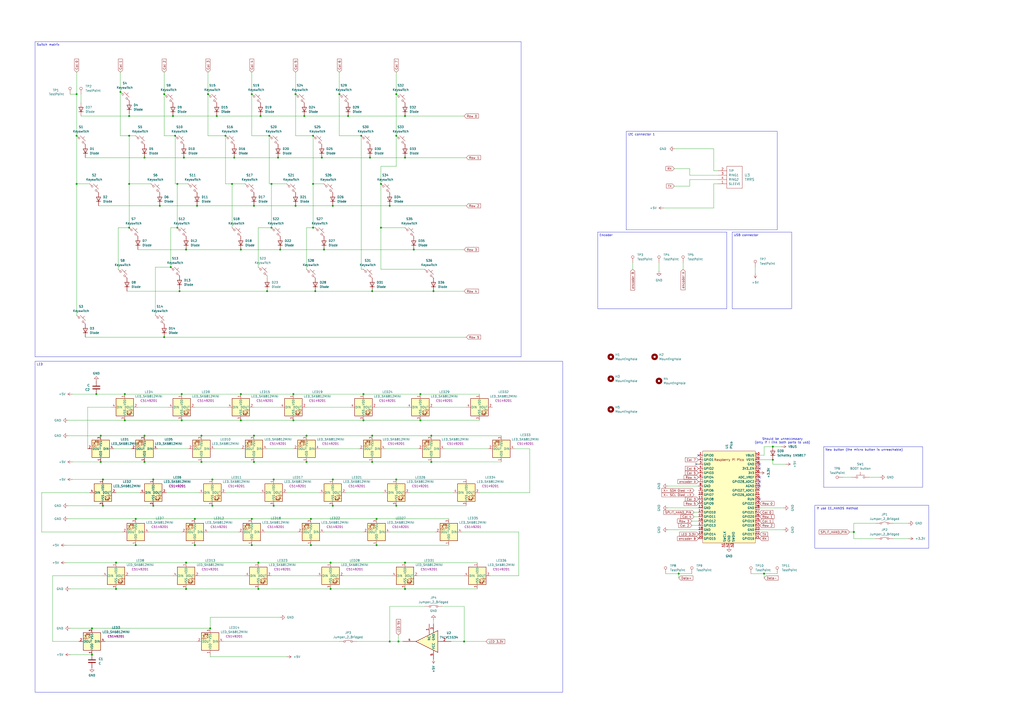
<source format=kicad_sch>
(kicad_sch (version 20231120) (generator "eeschema") (generator_version "8.0")
  (paper "A2")
  (junction (at 125.73 67.31))
  (junction (at 210.82 228.6))
  (junction (at 234.95 326.39))
  (junction (at 67.31 341.63))
  (junction (at 156.21 78.74))
  (junction (at 44.45 78.74))
  (junction (at 269.24 372.11))
  (junction (at 114.3 119.38))
  (junction (at 231.14 372.11))
  (junction (at 116.84 252.73))
  (junction (at 226.06 119.38))
  (junction (at 158.75 293.37))
  (junction (at 99.06 154.94))
  (junction (at 181.61 132.08))
  (junction (at 59.69 278.13))
  (junction (at 83.82 252.73))
  (junction (at 107.95 341.63))
  (junction (at 107.95 326.39))
  (junction (at 101.6 78.74))
  (junction (at 113.03 300.99))
  (junction (at 218.44 300.99))
  (junction (at 147.32 267.97))
  (junction (at 176.53 67.31))
  (junction (at 250.19 252.73))
  (junction (at 158.75 278.13))
  (junction (at 201.93 67.31))
  (junction (at 161.29 91.44))
  (junction (at 78.74 300.99))
  (junction (at 95.25 195.58))
  (junction (at 147.32 119.38))
  (junction (at 209.55 78.74))
  (junction (at 191.77 326.39))
  (junction (at 95.25 54.61))
  (junction (at 215.9 252.73))
  (junction (at 100.33 67.31))
  (junction (at 44.45 54.61))
  (junction (at 393.7 332.74))
  (junction (at 147.32 252.73))
  (junction (at 157.48 132.08))
  (junction (at 495.3 308.61))
  (junction (at 443.23 332.74))
  (junction (at 448.31 259.08))
  (junction (at 55.88 228.6))
  (junction (at 130.81 78.74))
  (junction (at 220.98 106.68))
  (junction (at 234.95 91.44))
  (junction (at 448.31 266.7))
  (junction (at 146.05 54.61))
  (junction (at 251.46 168.91))
  (junction (at 105.41 243.84))
  (junction (at 123.19 278.13))
  (junction (at 88.9 278.13))
  (junction (at 215.9 267.97))
  (junction (at 214.63 91.44))
  (junction (at 229.87 278.13))
  (junction (at 104.14 168.91))
  (junction (at 196.85 54.61))
  (junction (at 78.74 316.23))
  (junction (at 53.34 379.73))
  (junction (at 170.18 228.6))
  (junction (at 134.62 106.68))
  (junction (at 187.96 144.78))
  (junction (at 193.04 278.13))
  (junction (at 58.42 267.97))
  (junction (at 234.95 67.31))
  (junction (at 177.8 267.97))
  (junction (at 72.39 228.6))
  (junction (at 83.82 91.44))
  (junction (at 182.88 168.91))
  (junction (at 193.04 119.38))
  (junction (at 116.84 267.97))
  (junction (at 210.82 243.84))
  (junction (at 171.45 54.61))
  (junction (at 193.04 293.37))
  (junction (at 135.89 91.44))
  (junction (at 139.7 144.78))
  (junction (at 243.84 243.84))
  (junction (at 181.61 106.68))
  (junction (at 220.98 132.08))
  (junction (at 234.95 341.63))
  (junction (at 250.19 267.97))
  (junction (at 218.44 316.23))
  (junction (at 186.69 91.44))
  (junction (at 72.39 243.84))
  (junction (at 74.93 132.08))
  (junction (at 123.19 293.37))
  (junction (at 151.13 67.31))
  (junction (at 107.95 144.78))
  (junction (at 170.18 243.84))
  (junction (at 177.8 252.73))
  (junction (at 229.87 54.61))
  (junction (at 74.93 106.68))
  (junction (at 67.31 326.39))
  (junction (at 154.94 168.91))
  (junction (at 139.7 243.84))
  (junction (at 229.87 293.37))
  (junction (at 58.42 252.73))
  (junction (at 83.82 267.97))
  (junction (at 102.87 106.68))
  (junction (at 229.87 78.74))
  (junction (at 74.93 67.31))
  (junction (at 69.85 53.34))
  (junction (at 102.87 132.08))
  (junction (at 180.34 316.23))
  (junction (at 149.86 341.63))
  (junction (at 74.93 78.74))
  (junction (at 240.03 144.78))
  (junction (at 157.48 106.68))
  (junction (at 92.71 119.38))
  (junction (at 59.69 293.37))
  (junction (at 121.92 364.49))
  (junction (at 149.86 326.39))
  (junction (at 105.41 228.6))
  (junction (at 146.05 300.99))
  (junction (at 106.68 91.44))
  (junction (at 171.45 119.38))
  (junction (at 139.7 228.6))
  (junction (at 180.34 300.99))
  (junction (at 53.34 364.49))
  (junction (at 113.03 316.23))
  (junction (at 215.9 168.91))
  (junction (at 181.61 78.74))
  (junction (at 88.9 293.37))
  (junction (at 44.45 106.68))
  (junction (at 226.06 372.11))
  (junction (at 120.65 54.61))
  (junction (at 162.56 144.78))
  (junction (at 146.05 316.23))
  (junction (at 191.77 341.63))
  (junction (at 243.84 228.6))
  (no_connect (at 403.86 269.24))
  (no_connect (at 440.69 271.78))
  (no_connect (at 440.69 289.56))
  (no_connect (at 405.13 264.16))
  (no_connect (at 440.69 279.4))
  (no_connect (at 440.69 281.94))
  (no_connect (at 440.69 269.24))
  (no_connect (at 440.69 276.86))
  (wire (pts (xy 186.69 91.44) (xy 214.63 91.44)))
  (wire (pts (xy 53.34 364.49) (xy 121.92 364.49)))
  (wire (pts (xy 229.87 293.37) (xy 270.51 293.37)))
  (wire (pts (xy 181.61 78.74) (xy 171.45 78.74)))
  (wire (pts (xy 78.74 316.23) (xy 113.03 316.23)))
  (wire (pts (xy 74.93 67.31) (xy 100.33 67.31)))
  (wire (pts (xy 102.87 106.68) (xy 102.87 132.08)))
  (wire (pts (xy 120.65 78.74) (xy 120.65 54.61)))
  (wire (pts (xy 157.48 106.68) (xy 157.48 132.08)))
  (wire (pts (xy 171.45 119.38) (xy 193.04 119.38)))
  (wire (pts (xy 240.03 144.78) (xy 269.24 144.78)))
  (wire (pts (xy 74.93 78.74) (xy 74.93 106.68)))
  (wire (pts (xy 201.93 67.31) (xy 234.95 67.31)))
  (wire (pts (xy 181.61 132.08) (xy 182.88 132.08)))
  (wire (pts (xy 414.02 106.68) (xy 416.56 106.68)))
  (wire (pts (xy 66.04 260.35) (xy 76.2 260.35)))
  (wire (pts (xy 414.02 86.36) (xy 414.02 99.06)))
  (wire (pts (xy 24.13 285.75) (xy 52.07 285.75)))
  (wire (pts (xy 448.31 266.7) (xy 440.69 266.7)))
  (wire (pts (xy 227.33 334.01) (xy 199.39 334.01)))
  (wire (pts (xy 171.45 78.74) (xy 171.45 54.61)))
  (wire (pts (xy 193.04 119.38) (xy 226.06 119.38)))
  (wire (pts (xy 435.61 332.74) (xy 443.23 332.74)))
  (wire (pts (xy 208.28 260.35) (xy 185.42 260.35)))
  (wire (pts (xy 454.66 294.64) (xy 440.69 294.64)))
  (wire (pts (xy 269.24 351.79) (xy 269.24 372.11)))
  (wire (pts (xy 162.56 144.78) (xy 187.96 144.78)))
  (wire (pts (xy 58.42 252.73) (xy 83.82 252.73)))
  (wire (pts (xy 401.32 304.8) (xy 405.13 304.8)))
  (wire (pts (xy 39.37 243.84) (xy 72.39 243.84)))
  (wire (pts (xy 80.01 144.78) (xy 107.95 144.78)))
  (wire (pts (xy 44.45 78.74) (xy 44.45 106.68)))
  (wire (pts (xy 38.1 326.39) (xy 67.31 326.39)))
  (wire (pts (xy 156.21 78.74) (xy 156.21 106.68)))
  (wire (pts (xy 59.69 293.37) (xy 88.9 293.37)))
  (wire (pts (xy 405.13 307.34) (xy 387.35 307.34)))
  (wire (pts (xy 130.81 78.74) (xy 120.65 78.74)))
  (wire (pts (xy 495.3 312.42) (xy 495.3 308.61)))
  (wire (pts (xy 146.05 78.74) (xy 146.05 54.61)))
  (wire (pts (xy 46.99 54.61) (xy 46.99 59.69)))
  (wire (pts (xy 229.87 41.91) (xy 229.87 54.61)))
  (wire (pts (xy 132.08 236.22) (xy 113.03 236.22)))
  (wire (pts (xy 300.99 334.01) (xy 300.99 308.61)))
  (wire (pts (xy 74.93 106.68) (xy 87.63 106.68)))
  (wire (pts (xy 229.87 278.13) (xy 270.51 278.13)))
  (wire (pts (xy 218.44 300.99) (xy 180.34 300.99)))
  (wire (pts (xy 123.19 278.13) (xy 158.75 278.13)))
  (wire (pts (xy 393.7 332.74) (xy 393.7 335.28)))
  (wire (pts (xy 67.31 341.63) (xy 107.95 341.63)))
  (wire (pts (xy 154.94 168.91) (xy 182.88 168.91)))
  (wire (pts (xy 130.81 106.68) (xy 134.62 106.68)))
  (wire (pts (xy 246.38 156.21) (xy 220.98 156.21)))
  (wire (pts (xy 177.8 267.97) (xy 215.9 267.97)))
  (wire (pts (xy 215.9 252.73) (xy 250.19 252.73)))
  (wire (pts (xy 104.14 168.91) (xy 104.14 167.64)))
  (wire (pts (xy 181.61 78.74) (xy 181.61 106.68)))
  (wire (pts (xy 234.95 341.63) (xy 276.86 341.63)))
  (wire (pts (xy 440.69 264.16) (xy 443.23 264.16)))
  (wire (pts (xy 176.53 67.31) (xy 201.93 67.31)))
  (wire (pts (xy 386.08 332.74) (xy 393.7 332.74)))
  (wire (pts (xy 387.35 294.64) (xy 405.13 294.64)))
  (wire (pts (xy 400.05 104.14) (xy 416.56 104.14)))
  (wire (pts (xy 74.93 106.68) (xy 74.93 132.08)))
  (wire (pts (xy 30.48 372.11) (xy 45.72 372.11)))
  (wire (pts (xy 39.37 300.99) (xy 78.74 300.99)))
  (wire (pts (xy 401.32 332.74) (xy 393.7 332.74)))
  (wire (pts (xy 177.8 156.21) (xy 177.8 132.08)))
  (wire (pts (xy 129.54 372.11) (xy 196.85 372.11)))
  (wire (pts (xy 50.8 260.35) (xy 50.8 236.22)))
  (wire (pts (xy 448.31 269.24) (xy 448.31 266.7)))
  (wire (pts (xy 116.84 267.97) (xy 147.32 267.97)))
  (wire (pts (xy 49.53 195.58) (xy 95.25 195.58)))
  (wire (pts (xy 210.82 243.84) (xy 243.84 243.84)))
  (wire (pts (xy 95.25 195.58) (xy 270.51 195.58)))
  (wire (pts (xy 38.1 316.23) (xy 78.74 316.23)))
  (wire (pts (xy 391.16 97.79) (xy 400.05 97.79)))
  (wire (pts (xy 414.02 99.06) (xy 416.56 99.06)))
  (wire (pts (xy 74.93 334.01) (xy 100.33 334.01)))
  (wire (pts (xy 162.56 236.22) (xy 147.32 236.22)))
  (wire (pts (xy 234.95 91.44) (xy 270.51 91.44)))
  (wire (pts (xy 101.6 78.74) (xy 101.6 106.68)))
  (wire (pts (xy 124.46 260.35) (xy 139.7 260.35)))
  (wire (pts (xy 123.19 293.37) (xy 158.75 293.37)))
  (wire (pts (xy 234.95 326.39) (xy 276.86 326.39)))
  (wire (pts (xy 510.54 276.86) (xy 504.19 276.86)))
  (wire (pts (xy 281.94 372.11) (xy 269.24 372.11)))
  (wire (pts (xy 69.85 78.74) (xy 74.93 78.74)))
  (wire (pts (xy 44.45 106.68) (xy 52.07 106.68)))
  (wire (pts (xy 367.03 156.21) (xy 367.03 152.4)))
  (wire (pts (xy 382.27 157.48) (xy 382.27 152.4)))
  (wire (pts (xy 83.82 252.73) (xy 116.84 252.73)))
  (wire (pts (xy 149.86 132.08) (xy 157.48 132.08)))
  (wire (pts (xy 80.01 236.22) (xy 97.79 236.22)))
  (wire (pts (xy 193.04 293.37) (xy 229.87 293.37)))
  (wire (pts (xy 83.82 91.44) (xy 106.68 91.44)))
  (wire (pts (xy 495.3 308.61) (xy 495.3 303.53)))
  (wire (pts (xy 67.31 285.75) (xy 81.28 285.75)))
  (wire (pts (xy 146.05 41.91) (xy 146.05 54.61)))
  (wire (pts (xy 158.75 278.13) (xy 193.04 278.13)))
  (wire (pts (xy 215.9 267.97) (xy 250.19 267.97)))
  (wire (pts (xy 134.62 106.68) (xy 134.62 132.08)))
  (wire (pts (xy 49.53 91.44) (xy 83.82 91.44)))
  (wire (pts (xy 242.57 260.35) (xy 223.52 260.35)))
  (wire (pts (xy 495.3 312.42) (xy 508 312.42)))
  (wire (pts (xy 149.86 326.39) (xy 191.77 326.39)))
  (wire (pts (xy 100.33 67.31) (xy 125.73 67.31)))
  (wire (pts (xy 196.85 78.74) (xy 209.55 78.74)))
  (wire (pts (xy 243.84 228.6) (xy 278.13 228.6)))
  (wire (pts (xy 220.98 132.08) (xy 220.98 106.68)))
  (wire (pts (xy 402.59 297.18) (xy 405.13 297.18)))
  (wire (pts (xy 113.03 316.23) (xy 146.05 316.23)))
  (wire (pts (xy 400.05 107.95) (xy 400.05 104.14)))
  (wire (pts (xy 220.98 156.21) (xy 220.98 132.08)))
  (wire (pts (xy 527.05 303.53) (xy 518.16 303.53)))
  (wire (pts (xy 46.99 67.31) (xy 74.93 67.31)))
  (wire (pts (xy 307.34 285.75) (xy 307.34 260.35)))
  (wire (pts (xy 99.06 154.94) (xy 99.06 132.08)))
  (wire (pts (xy 157.48 334.01) (xy 184.15 334.01)))
  (wire (pts (xy 158.75 293.37) (xy 193.04 293.37)))
  (wire (pts (xy 92.71 119.38) (xy 114.3 119.38)))
  (wire (pts (xy 44.45 54.61) (xy 44.45 78.74)))
  (wire (pts (xy 39.37 252.73) (xy 58.42 252.73)))
  (wire (pts (xy 40.64 364.49) (xy 53.34 364.49)))
  (wire (pts (xy 455.93 269.24) (xy 448.31 269.24)))
  (wire (pts (xy 207.01 372.11) (xy 226.06 372.11)))
  (wire (pts (xy 125.73 67.31) (xy 151.13 67.31)))
  (wire (pts (xy 157.48 106.68) (xy 166.37 106.68)))
  (wire (pts (xy 260.35 300.99) (xy 218.44 300.99)))
  (wire (pts (xy 102.87 106.68) (xy 109.22 106.68)))
  (wire (pts (xy 105.41 228.6) (xy 139.7 228.6)))
  (wire (pts (xy 171.45 41.91) (xy 171.45 54.61)))
  (wire (pts (xy 226.06 119.38) (xy 270.51 119.38)))
  (wire (pts (xy 39.37 293.37) (xy 59.69 293.37)))
  (wire (pts (xy 453.39 259.08) (xy 448.31 259.08)))
  (wire (pts (xy 147.32 267.97) (xy 177.8 267.97)))
  (wire (pts (xy 146.05 300.99) (xy 113.03 300.99)))
  (wire (pts (xy 387.35 281.94) (xy 405.13 281.94)))
  (wire (pts (xy 90.17 154.94) (xy 99.06 154.94)))
  (wire (pts (xy 226.06 372.11) (xy 231.14 372.11)))
  (wire (pts (xy 218.44 316.23) (xy 260.35 316.23)))
  (wire (pts (xy 185.42 285.75) (xy 166.37 285.75)))
  (wire (pts (xy 135.89 91.44) (xy 161.29 91.44)))
  (wire (pts (xy 443.23 264.16) (xy 443.23 259.08)))
  (wire (pts (xy 134.62 106.68) (xy 142.24 106.68)))
  (wire (pts (xy 68.58 132.08) (xy 74.93 132.08)))
  (wire (pts (xy 101.6 106.68) (xy 102.87 106.68)))
  (wire (pts (xy 196.85 41.91) (xy 196.85 54.61)))
  (wire (pts (xy 210.82 228.6) (xy 243.84 228.6)))
  (wire (pts (xy 236.22 236.22) (xy 218.44 236.22)))
  (wire (pts (xy 115.57 334.01) (xy 142.24 334.01)))
  (wire (pts (xy 396.24 156.21) (xy 396.24 152.4)))
  (wire (pts (xy 226.06 308.61) (xy 252.73 308.61)))
  (wire (pts (xy 114.3 119.38) (xy 147.32 119.38)))
  (wire (pts (xy 116.84 252.73) (xy 147.32 252.73)))
  (wire (pts (xy 214.63 91.44) (xy 234.95 91.44)))
  (wire (pts (xy 67.31 326.39) (xy 107.95 326.39)))
  (wire (pts (xy 149.86 154.94) (xy 149.86 132.08)))
  (wire (pts (xy 161.29 91.44) (xy 186.69 91.44)))
  (wire (pts (xy 106.68 91.44) (xy 135.89 91.44)))
  (wire (pts (xy 69.85 41.91) (xy 69.85 53.34)))
  (wire (pts (xy 139.7 228.6) (xy 170.18 228.6)))
  (wire (pts (xy 300.99 308.61) (xy 267.97 308.61)))
  (wire (pts (xy 154.94 161.29) (xy 154.94 160.02)))
  (wire (pts (xy 41.91 267.97) (xy 58.42 267.97)))
  (wire (pts (xy 113.03 300.99) (xy 78.74 300.99)))
  (wire (pts (xy 527.05 312.42) (xy 518.16 312.42)))
  (wire (pts (xy 187.96 144.78) (xy 240.03 144.78)))
  (wire (pts (xy 30.48 334.01) (xy 30.48 372.11)))
  (wire (pts (xy 30.48 334.01) (xy 59.69 334.01)))
  (wire (pts (xy 44.45 106.68) (xy 44.45 182.88)))
  (wire (pts (xy 222.25 285.75) (xy 200.66 285.75)))
  (wire (pts (xy 162.56 358.14) (xy 121.92 358.14)))
  (wire (pts (xy 403.86 269.24) (xy 405.13 269.24)))
  (wire (pts (xy 414.02 120.65) (xy 414.02 106.68)))
  (wire (pts (xy 234.95 132.08) (xy 220.98 132.08)))
  (wire (pts (xy 44.45 41.91) (xy 44.45 54.61)))
  (wire (pts (xy 443.23 259.08) (xy 448.31 259.08)))
  (wire (pts (xy 121.92 381) (xy 121.92 379.73)))
  (wire (pts (xy 107.95 341.63) (xy 149.86 341.63)))
  (wire (pts (xy 73.66 168.91) (xy 104.14 168.91)))
  (wire (pts (xy 55.88 228.6) (xy 72.39 228.6)))
  (wire (pts (xy 391.16 107.95) (xy 400.05 107.95)))
  (wire (pts (xy 220.98 96.52) (xy 220.98 106.68)))
  (wire (pts (xy 139.7 144.78) (xy 162.56 144.78)))
  (wire (pts (xy 138.43 308.61) (xy 120.65 308.61)))
  (wire (pts (xy 215.9 168.91) (xy 251.46 168.91)))
  (wire (pts (xy 226.06 351.79) (xy 226.06 372.11)))
  (wire (pts (xy 250.19 252.73) (xy 290.83 252.73)))
  (wire (pts (xy 495.3 303.53) (xy 508 303.53)))
  (wire (pts (xy 251.46 359.41) (xy 251.46 361.95)))
  (wire (pts (xy 251.46 168.91) (xy 269.24 168.91)))
  (wire (pts (xy 40.64 379.73) (xy 53.34 379.73)))
  (wire (pts (xy 250.19 267.97) (xy 290.83 267.97)))
  (wire (pts (xy 57.15 119.38) (xy 92.71 119.38)))
  (wire (pts (xy 24.13 308.61) (xy 24.13 285.75)))
  (wire (pts (xy 181.61 106.68) (xy 187.96 106.68)))
  (wire (pts (xy 114.3 372.11) (xy 60.96 372.11)))
  (wire (pts (xy 74.93 78.74) (xy 78.74 78.74)))
  (wire (pts (xy 41.91 228.6) (xy 55.88 228.6)))
  (wire (pts (xy 400.05 97.79) (xy 400.05 101.6)))
  (wire (pts (xy 231.14 368.3) (xy 231.14 372.11)))
  (wire (pts (xy 156.21 78.74) (xy 146.05 78.74)))
  (wire (pts (xy 50.8 236.22) (xy 64.77 236.22)))
  (wire (pts (xy 492.76 308.61) (xy 495.3 308.61)))
  (wire (pts (xy 107.95 326.39) (xy 149.86 326.39)))
  (wire (pts (xy 454.66 307.34) (xy 440.69 307.34)))
  (wire (pts (xy 182.88 168.91) (xy 215.9 168.91)))
  (wire (pts (xy 191.77 341.63) (xy 234.95 341.63)))
  (wire (pts (xy 86.36 308.61) (xy 105.41 308.61)))
  (wire (pts (xy 196.85 54.61) (xy 196.85 78.74)))
  (wire (pts (xy 115.57 285.75) (xy 96.52 285.75)))
  (wire (pts (xy 95.25 41.91) (xy 95.25 54.61)))
  (wire (pts (xy 146.05 316.23) (xy 180.34 316.23)))
  (wire (pts (xy 149.86 341.63) (xy 191.77 341.63)))
  (wire (pts (xy 151.13 67.31) (xy 176.53 67.31)))
  (wire (pts (xy 231.14 372.11) (xy 233.68 372.11)))
  (wire (pts (xy 139.7 243.84) (xy 170.18 243.84)))
  (wire (pts (xy 69.85 53.34) (xy 69.85 78.74)))
  (wire (pts (xy 72.39 228.6) (xy 105.41 228.6)))
  (wire (pts (xy 450.85 332.74) (xy 443.23 332.74)))
  (wire (pts (xy 209.55 78.74) (xy 209.55 156.21)))
  (wire (pts (xy 269.24 372.11) (xy 261.62 372.11)))
  (wire (pts (xy 95.25 78.74) (xy 95.25 54.61)))
  (wire (pts (xy 243.84 243.84) (xy 278.13 243.84)))
  (wire (pts (xy 256.54 351.79) (xy 269.24 351.79)))
  (wire (pts (xy 246.38 351.79) (xy 226.06 351.79)))
  (wire (pts (xy 130.81 78.74) (xy 130.81 106.68)))
  (wire (pts (xy 251.46 236.22) (xy 270.51 236.22)))
  (wire (pts (xy 71.12 308.61) (xy 24.13 308.61)))
  (wire (pts (xy 121.92 358.14) (xy 121.92 364.49)))
  (wire (pts (xy 278.13 285.75) (xy 307.34 285.75)))
  (wire (pts (xy 91.44 260.35) (xy 109.22 260.35)))
  (wire (pts (xy 438.15 158.75) (xy 438.15 154.94)))
  (wire (pts (xy 203.2 236.22) (xy 177.8 236.22)))
  (wire (pts (xy 172.72 308.61) (xy 153.67 308.61)))
  (wire (pts (xy 88.9 278.13) (xy 123.19 278.13)))
  (wire (pts (xy 307.34 260.35) (xy 298.45 260.35)))
  (wire (pts (xy 95.25 78.74) (xy 101.6 78.74)))
  (wire (pts (xy 120.65 41.91) (xy 120.65 54.61)))
  (wire (pts (xy 170.18 243.84) (xy 210.82 243.84)))
  (wire (pts (xy 180.34 300.99) (xy 146.05 300.99)))
  (wire (pts (xy 40.64 341.63) (xy 67.31 341.63)))
  (wire (pts (xy 488.95 276.86) (xy 494.03 276.86)))
  (wire (pts (xy 234.95 67.31) (xy 269.24 67.31)))
  (wire (pts (xy 104.14 168.91) (xy 154.94 168.91)))
  (wire (pts (xy 242.57 334.01) (xy 269.24 334.01)))
  (wire (pts (xy 180.34 316.23) (xy 218.44 316.23)))
  (wire (pts (xy 210.82 308.61) (xy 187.96 308.61)))
  (wire (pts (xy 284.48 334.01) (xy 300.99 334.01)))
  (wire (pts (xy 105.41 243.84) (xy 139.7 243.84)))
  (wire (pts (xy 156.21 106.68) (xy 157.48 106.68)))
  (wire (pts (xy 177.8 252.73) (xy 215.9 252.73)))
  (wire (pts (xy 121.92 381) (xy 166.37 381)))
  (wire (pts (xy 229.87 96.52) (xy 229.87 78.74)))
  (wire (pts (xy 181.61 106.68) (xy 181.61 132.08)))
  (wire (pts (xy 151.13 285.75) (xy 130.81 285.75)))
  (wire (pts (xy 72.39 243.84) (xy 105.41 243.84)))
  (wire (pts (xy 402.59 299.72) (xy 405.13 299.72)))
  (wire (pts (xy 147.32 252.73) (xy 177.8 252.73)))
  (wire (pts (xy 257.81 260.35) (xy 283.21 260.35)))
  (wire (pts (xy 58.42 267.97) (xy 83.82 267.97)))
  (wire (pts (xy 88.9 293.37) (xy 123.19 293.37)))
  (wire (pts (xy 41.91 278.13) (xy 59.69 278.13)))
  (wire (pts (xy 44.45 54.61) (xy 40.64 54.61)))
  (wire (pts (xy 147.32 119.38) (xy 171.45 119.38)))
  (wire (pts (xy 400.05 101.6) (xy 416.56 101.6)))
  (wire (pts (xy 83.82 267.97) (xy 116.84 267.97)))
  (wire (pts (xy 191.77 326.39) (xy 234.95 326.39)))
  (wire (pts (xy 209.55 156.21) (xy 210.82 156.21)))
  (wire (pts (xy 443.23 332.74) (xy 443.23 335.28)))
  (wire (pts (xy 237.49 285.75) (xy 262.89 285.75)))
  (wire (pts (xy 59.69 278.13) (xy 88.9 278.13)))
  (wire (pts (xy 68.58 156.21) (xy 68.58 132.08)))
  (wire (pts (xy 414.02 86.36) (xy 391.16 86.36)))
  (wire (pts (xy 220.98 96.52) (xy 229.87 96.52)))
  (wire (pts (xy 384.81 120.65) (xy 414.02 120.65)))
  (wire (pts (xy 90.17 182.88) (xy 90.17 154.94)))
  (wire (pts (xy 170.18 260.35) (xy 154.94 260.35)))
  (wire (pts (xy 170.18 228.6) (xy 210.82 228.6)))
  (wire (pts (xy 193.04 278.13) (xy 229.87 278.13)))
  (wire (pts (xy 107.95 144.78) (xy 139.7 144.78)))
  (wire (pts (xy 177.8 132.08) (xy 181.61 132.08)))
  (wire (pts (xy 229.87 54.61) (xy 229.87 78.74)))
  (wire (pts (xy 74.93 66.04) (xy 74.93 67.31)))
  (wire (pts (xy 401.32 302.26) (xy 405.13 302.26)))
  (wire (pts (xy 99.06 132.08) (xy 102.87 132.08)))
  (text_box "LED" (at 20.32 209.55 0) (size 306.07 192.024) (effects (font (size 1.27 1.27)) (justify left top)))
  (text_box "New button (the micro button is unreachable)" (at 477.774 259.08 0) (size 57.404 23.622) (effects (font (size 1.27 1.27)) (justify left top)))
  (text_box "USB connector" (at 424.688 134.62 0) (size 34.544 44.45) (effects (font (size 1.27 1.27)) (justify left top)))
  (text_box "Switch matrix" (at 20.32 24.13 0) (size 281.94 182.88) (effects (font (size 1.27 1.27)) (justify left top)))
  (text_box "if use EE_HANDS method" (at 472.694 293.116 0) (size 66.04 24.892) (effects (font (size 1.27 1.27)) (justify left top)))
  (text_box "Encoder" (at 346.71 134.62 0) (size 74.93 44.45) (effects (font (size 1.27 1.27)) (justify left top)))
  (text_box "I2C connector 1" (at 363.22 76.2 0) (size 87.63 57.15) (effects (font (size 1.27 1.27)) (justify left top)))
  (text "Should be unneccessary\n(only if I link both parts to usb)" (at 453.898 255.778 0) (effects (font (size 1.27 1.27))))
  (global_label "Col 0" (shape input) (at 440.69 297.18 0) (property "Intersheetrefs" "${INTERSHEET_REFS}" (effects (hide yes))))
  (global_label "Row 0" (shape input) (at 440.69 292.1 0) (property "Intersheetrefs" "${INTERSHEET_REFS}" (effects (hide yes))))
  (global_label "Row 1" (shape input) (at 440.69 299.72 0) (property "Intersheetrefs" "${INTERSHEET_REFS}" (effects (hide yes))))
  (global_label "SPLIT_HAND_PIN" (shape input) (at 492.76 308.61 180) (property "Intersheetrefs" "${INTERSHEET_REFS}" (effects (hide yes))))
  (global_label "Col 3" (shape input) (at 120.65 41.91 90) (property "Intersheetrefs" "${INTERSHEET_REFS}" (effects (hide yes))))
  (global_label "TX" (shape input) (at 440.69 309.88 0) (property "Intersheetrefs" "${INTERSHEET_REFS}" (effects (hide yes))))
  (global_label "Row 1" (shape input) (at 270.51 91.44 0) (property "Intersheetrefs" "${INTERSHEET_REFS}" (effects (hide yes))))
  (global_label "RX" (shape input) (at 440.69 312.42 0) (property "Intersheetrefs" "${INTERSHEET_REFS}" (effects (hide yes))))
  (global_label "Col 6" (shape input) (at 405.13 271.78 180) (property "Intersheetrefs" "${INTERSHEET_REFS}" (effects (hide yes))))
  (global_label "encoder B" (shape input) (at 405.13 312.42 180) (property "Intersheetrefs" "${INTERSHEET_REFS}" (effects (hide yes))))
  (global_label "Col 3" (shape input) (at 405.13 289.56 180) (property "Intersheetrefs" "${INTERSHEET_REFS}" (effects (hide yes))))
  (global_label "Col 0" (shape input) (at 44.45 41.91 90) (property "Intersheetrefs" "${INTERSHEET_REFS}" (effects (hide yes))))
  (global_label "Col 1" (shape input) (at 440.69 302.26 0) (property "Intersheetrefs" "${INTERSHEET_REFS}" (effects (hide yes))))
  (global_label "Col 1" (shape input) (at 69.85 41.91 90) (property "Intersheetrefs" "${INTERSHEET_REFS}" (effects (hide yes))))
  (global_label "Col 5" (shape input) (at 171.45 41.91 90) (property "Intersheetrefs" "${INTERSHEET_REFS}" (effects (hide yes))))
  (global_label "Row 4" (shape input) (at 269.24 168.91 0) (property "Intersheetrefs" "${INTERSHEET_REFS}" (effects (hide yes))))
  (global_label "encoder A" (shape input) (at 396.24 156.21 270) (property "Intersheetrefs" "${INTERSHEET_REFS}" (effects (hide yes))))
  (global_label "Col 2" (shape input) (at 95.25 41.91 90) (property "Intersheetrefs" "${INTERSHEET_REFS}" (effects (hide yes))))
  (global_label "Row 0" (shape input) (at 269.24 67.31 0) (property "Intersheetrefs" "${INTERSHEET_REFS}" (effects (hide yes))))
  (global_label "Col 4" (shape input) (at 146.05 41.91 90) (property "Intersheetrefs" "${INTERSHEET_REFS}" (effects (hide yes))))
  (global_label "SPLIT_HAND_PIN" (shape input) (at 402.59 297.18 180) (property "Intersheetrefs" "${INTERSHEET_REFS}" (effects (hide yes))))
  (global_label "Col 7" (shape input) (at 229.87 41.91 90) (property "Intersheetrefs" "${INTERSHEET_REFS}" (effects (hide yes))))
  (global_label "Col 4" (shape input) (at 402.59 299.72 180) (property "Intersheetrefs" "${INTERSHEET_REFS}" (effects (hide yes))))
  (global_label "RX" (shape input) (at 391.16 97.79 180) (property "Intersheetrefs" "${INTERSHEET_REFS}" (effects (hide yes))))
  (global_label "LED 3.3V" (shape input) (at 405.13 309.88 180) (property "Intersheetrefs" "${INTERSHEET_REFS}" (effects (hide yes))))
  (global_label "Col 6" (shape input) (at 196.85 41.91 90) (property "Intersheetrefs" "${INTERSHEET_REFS}" (effects (hide yes))))
  (global_label "Row 3" (shape input) (at 269.24 144.78 0) (property "Intersheetrefs" "${INTERSHEET_REFS}" (effects (hide yes))))
  (global_label "Col 2" (shape input) (at 401.32 304.8 180) (property "Intersheetrefs" "${INTERSHEET_REFS}" (effects (hide yes))))
  (global_label "Col 7" (shape input) (at 405.13 266.7 180) (property "Intersheetrefs" "${INTERSHEET_REFS}" (effects (hide yes))))
  (global_label "Row 3" (shape input) (at 401.32 302.26 180) (property "Intersheetrefs" "${INTERSHEET_REFS}" (effects (hide yes))))
  (global_label "Data-" (shape input) (at 443.23 335.28 0) (property "Intersheetrefs" "${INTERSHEET_REFS}" (effects (hide yes))))
  (global_label "LED 3.3V" (shape input) (at 281.94 372.11 0) (property "Intersheetrefs" "${INTERSHEET_REFS}" (effects (hide yes))))
  (global_label "LED 5V" (shape input) (at 231.14 368.3 90) (property "Intersheetrefs" "${INTERSHEET_REFS}" (effects (hide yes))))
  (global_label "Row 5" (shape input) (at 270.51 195.58 0) (property "Intersheetrefs" "${INTERSHEET_REFS}" (effects (hide yes))))
  (global_label "TX" (shape input) (at 391.16 107.95 180) (property "Intersheetrefs" "${INTERSHEET_REFS}" (effects (hide yes))))
  (global_label "Row 5" (shape input) (at 405.13 292.1 180) (property "Intersheetrefs" "${INTERSHEET_REFS}" (effects (hide yes))))
  (global_label "encoder A" (shape input) (at 405.13 279.4 180) (property "Intersheetrefs" "${INTERSHEET_REFS}" (effects (hide yes))))
  (global_label "Row 2" (shape input) (at 270.51 119.38 0) (property "Intersheetrefs" "${INTERSHEET_REFS}" (effects (hide yes))))
  (global_label "Data+" (shape input) (at 393.7 335.28 0) (property "Intersheetrefs" "${INTERSHEET_REFS}" (effects (hide yes))))
  (global_label "X- SCL Oled -X" (shape input) (at 402.59 287.02 180) (property "Intersheetrefs" "${INTERSHEET_REFS}" (effects (hide yes))))
  (global_label "Row 2" (shape input) (at 440.69 304.8 0) (property "Intersheetrefs" "${INTERSHEET_REFS}" (effects (hide yes))))
  (global_label "X- SDA Oled -X" (shape input) (at 402.59 284.48 180) (property "Intersheetrefs" "${INTERSHEET_REFS}" (effects (hide yes))))
  (global_label "encoder B" (shape input) (at 367.03 156.21 270) (property "Intersheetrefs" "${INTERSHEET_REFS}" (effects (hide yes))))
  (global_label "Row 4" (shape input) (at 405.13 276.86 180) (property "Intersheetrefs" "${INTERSHEET_REFS}" (effects (hide yes))))
  (global_label "Col 5" (shape input) (at 405.13 274.32 180) (property "Intersheetrefs" "${INTERSHEET_REFS}" (effects (hide yes))))
  (symbol (lib_id "ScottoKeebs:Placeholder_Keyswitch") (at 232.41 57.15 0) (unit 1)
    (property "Reference" "S32" (at 232.41 49.53 0))
    (property "Value" "Keyswitch" (at 232.41 52.07 0))
    (property "Footprint" "ScottoKeebs_Hotswap:Hotswap_MX_2.00u" (effects (hide yes)))
    (property "Description" "Push button switch, normally open, two pins, 45° tilted" (effects (hide yes)))
  )
  (symbol (lib_id "ScottoKeebs:LED_SK6812MINI") (at 193.04 285.75 0) (unit 1)
    (property "Reference" "LED21" (at 207.01 276.8914 0))
    (property "Value" "LED_SK6812MINI" (at 207.01 279.4314 0))
    (property "Footprint" "ScottoKeebs_Components:LED_SK6812MINI" (effects (hide yes)))
    (property "Datasheet" "https://cdn-shop.adafruit.com/product-files/2686/SK6812MINI_REV.01-1-2.pdf" (effects (hide yes)))
    (property "Description" "RGB LED with integrated controller" (effects (hide yes)))
    (property "LCSC" "C5149201" (at 207.01 281.9714 0))
  )
  (symbol (lib_id "ScottoKeebs:Placeholder_Diode") (at 240.03 140.97 90) (unit 1)
    (property "Reference" "D35" (at 242.57 139.6999 90) (effects (justify right)))
    (property "Value" "Diode" (at 242.57 142.2399 90) (effects (justify right)))
    (property "Footprint" "ScottoKeebs_Components:D_SOD-123_DO-35_Hybrid_DoubleSided_V2" (effects (hide yes)))
    (property "Description" "1N4148 (DO-35) or 1N4148W (SOD-123)" (effects (hide yes)))
    (property "Sim.Device" "D" (effects (hide yes)))
    (property "Sim.Pins" "1=K 2=A" (effects (hide yes)))
  )
  (symbol (lib_id "ScottoKeebs:Placeholder_Keyswitch") (at 168.91 109.22 0) (unit 1)
    (property "Reference" "S21" (at 168.91 101.6 0))
    (property "Value" "Keyswitch" (at 168.91 104.14 0))
    (property "Footprint" "ScottoKeebs_Hotswap:Hotswap_MX_1.00u" (effects (hide yes)))
    (property "Description" "Push button switch, normally open, two pins, 45° tilted" (effects (hide yes)))
  )
  (symbol (lib_id "ScottoKeebs:LED_SK6812MINI") (at 59.69 285.75 0) (unit 1)
    (property "Reference" "LED2" (at 73.66 279.4314 0))
    (property "Value" "LED_SK6812MINI" (at 73.66 281.9714 0))
    (property "Footprint" "ScottoKeebs_Components:LED_SK6812MINI" (effects (hide yes)))
    (property "Datasheet" "https://cdn-shop.adafruit.com/product-files/2686/SK6812MINI_REV.01-1-2.pdf" (effects (hide yes)))
    (property "Description" "RGB LED with integrated controller" (effects (hide yes)))
    (property "LCSC" "C5149201" (effects (hide yes)))
  )
  (symbol (lib_id "power:GND") (at 387.35 307.34 270) (unit 1)
    (property "Reference" "#PWR03" (effects (hide yes)))
    (property "Value" "GND" (at 382.27 307.34 0))
    (property "Description" "Power symbol creates a global label with name \"GND\" , ground" (effects (hide yes)))
  )
  (symbol (lib_id "power:+3.3V") (at 527.05 312.42 270) (unit 1)
    (property "Reference" "#PWR025" (effects (hide yes)))
    (property "Value" "+3.3V" (at 530.86 312.4199 90) (effects (justify left)))
    (property "Description" "Power symbol creates a global label with name \"+3.3V\"" (effects (hide yes)))
  )
  (symbol (lib_id "ScottoKeebs:Placeholder_Diode") (at 234.95 63.5 90) (unit 1)
    (property "Reference" "D32" (at 237.49 62.2299 90) (effects (justify right)))
    (property "Value" "Diode" (at 237.49 64.7699 90) (effects (justify right)))
    (property "Footprint" "ScottoKeebs_Components:D_SOD-123_DO-35_Hybrid_DoubleSided_V2" (effects (hide yes)))
    (property "Description" "1N4148 (DO-35) or 1N4148W (SOD-123)" (effects (hide yes)))
    (property "Sim.Device" "D" (effects (hide yes)))
    (property "Sim.Pins" "1=K 2=A" (effects (hide yes)))
  )
  (symbol (lib_id "ScottoKeebs:Placeholder_Diode") (at 92.71 115.57 90) (unit 1)
    (property "Reference" "D6" (at 95.25 114.2999 90) (effects (justify right)))
    (property "Value" "Diode" (at 95.25 116.8399 90) (effects (justify right)))
    (property "Footprint" "ScottoKeebs_Components:D_SOD-123_DO-35_Hybrid_DoubleSided_V2" (effects (hide yes)))
    (property "Description" "1N4148 (DO-35) or 1N4148W (SOD-123)" (effects (hide yes)))
    (property "Sim.Device" "D" (effects (hide yes)))
    (property "Sim.Pins" "1=K 2=A" (effects (hide yes)))
  )
  (symbol (lib_id "power:GND") (at 40.64 364.49 270) (unit 1)
    (property "Reference" "#PWR012" (effects (hide yes)))
    (property "Value" "GND" (at 36.83 364.4899 90) (effects (justify right)))
    (property "Description" "Power symbol creates a global label with name \"GND\" , ground" (effects (hide yes)))
  )
  (symbol (lib_id "ScottoKeebs:Placeholder_Diode") (at 95.25 191.77 90) (unit 1)
    (property "Reference" "D14" (at 97.79 190.4999 90) (effects (justify right)))
    (property "Value" "Diode" (at 97.79 193.0399 90) (effects (justify right)))
    (property "Footprint" "ScottoKeebs_Components:D_SOD-123_DO-35_Hybrid_DoubleSided_V2" (effects (hide yes)))
    (property "Description" "1N4148 (DO-35) or 1N4148W (SOD-123)" (effects (hide yes)))
    (property "Sim.Device" "D" (effects (hide yes)))
    (property "Sim.Pins" "1=K 2=A" (effects (hide yes)))
  )
  (symbol (lib_id "ScottoKeebs:Placeholder_Diode") (at 147.32 115.57 90) (unit 1)
    (property "Reference" "D17" (at 149.86 114.2999 90) (effects (justify right)))
    (property "Value" "Diode" (at 149.86 116.8399 90) (effects (justify right)))
    (property "Footprint" "ScottoKeebs_Components:D_SOD-123_DO-35_Hybrid_DoubleSided_V2" (effects (hide yes)))
    (property "Description" "1N4148 (DO-35) or 1N4148W (SOD-123)" (effects (hide yes)))
    (property "Sim.Device" "D" (effects (hide yes)))
    (property "Sim.Pins" "1=K 2=A" (effects (hide yes)))
  )
  (symbol (lib_id "ScottoKeebs:Placeholder_Keyswitch") (at 46.99 81.28 0) (unit 1)
    (property "Reference" "S1" (at 46.99 73.66 0))
    (property "Value" "Keyswitch" (at 46.99 76.2 0))
    (property "Footprint" "ScottoKeebs_Hotswap:Hotswap_MX_1.00u" (effects (hide yes)))
    (property "Description" "Push button switch, normally open, two pins, 45° tilted" (effects (hide yes)))
  )
  (symbol (lib_id "ScottoKeebs:Placeholder_Diode") (at 186.69 87.63 90) (unit 1)
    (property "Reference" "D25" (at 189.23 86.3599 90) (effects (justify right)))
    (property "Value" "Diode" (at 189.23 88.8999 90) (effects (justify right)))
    (property "Footprint" "ScottoKeebs_Components:D_SOD-123_DO-35_Hybrid_DoubleSided_V2" (effects (hide yes)))
    (property "Description" "1N4148 (DO-35) or 1N4148W (SOD-123)" (effects (hide yes)))
    (property "Sim.Device" "D" (effects (hide yes)))
    (property "Sim.Pins" "1=K 2=A" (effects (hide yes)))
  )
  (symbol (lib_id "ScottoKeebs:Placeholder_Keyswitch") (at 232.41 81.28 0) (unit 1)
    (property "Reference" "S33" (at 232.41 73.66 0))
    (property "Value" "Keyswitch" (at 232.41 76.2 0))
    (property "Footprint" "ScottoKeebs_Hotswap:Hotswap_MX_1.50u" (effects (hide yes)))
    (property "Description" "Push button switch, normally open, two pins, 45° tilted" (effects (hide yes)))
  )
  (symbol (lib_id "power:GND") (at 39.37 293.37 270) (unit 1)
    (property "Reference" "#PWR09" (effects (hide yes)))
    (property "Value" "GND" (at 35.56 293.3699 90) (effects (justify right)))
    (property "Description" "Power symbol creates a global label with name \"GND\" , ground" (effects (hide yes)))
  )
  (symbol (lib_id "MCU_RaspberryPi_and_Boards:Pico") (at 422.91 288.29 0) (unit 1)
    (property "Reference" "U1" (at 421.6399 260.35 90) (effects (justify left)))
    (property "Value" "Pico" (at 424.1799 260.35 90) (effects (justify left)))
    (property "Footprint" "MCU_RaspberryPi_and_Boards:RPi_Pico_SMD_TH" (effects (hide yes)))
  )
  (symbol (lib_id "ScottoKeebs:Placeholder_Keyswitch") (at 101.6 157.48 0) (unit 1)
    (property "Reference" "S13" (at 101.6 149.86 0))
    (property "Value" "Keyswitch" (at 101.6 152.4 0))
    (property "Footprint" "ScottoKeebs_Hotswap:Hotswap_MX_1.50u" (effects (hide yes)))
    (property "Description" "Push button switch, normally open, two pins, 45° tilted" (effects (hide yes)))
  )
  (symbol (lib_id "ScottoKeebs:Placeholder_Diode") (at 151.13 63.5 90) (unit 1)
    (property "Reference" "D19" (at 153.67 62.2299 90) (effects (justify right)))
    (property "Value" "Diode" (at 153.67 64.7699 90) (effects (justify right)))
    (property "Footprint" "ScottoKeebs_Components:D_SOD-123_DO-35_Hybrid_DoubleSided_V2" (effects (hide yes)))
    (property "Description" "1N4148 (DO-35) or 1N4148W (SOD-123)" (effects (hide yes)))
    (property "Sim.Device" "D" (effects (hide yes)))
    (property "Sim.Pins" "1=K 2=A" (effects (hide yes)))
  )
  (symbol (lib_id "ScottoKeebs:LED_SK6812MINI") (at 78.74 308.61 180) (unit 1)
    (property "Reference" "LED7" (at 92.71 300.5738 0))
    (property "Value" "LED_SK6812MINI" (at 92.71 303.1138 0))
    (property "Footprint" "ScottoKeebs_Components:LED_SK6812MINI" (effects (hide yes)))
    (property "Datasheet" "https://cdn-shop.adafruit.com/product-files/2686/SK6812MINI_REV.01-1-2.pdf" (effects (hide yes)))
    (property "Description" "RGB LED with integrated controller" (effects (hide yes)))
    (property "LCSC" "C5149201" (at 92.71 305.6538 0))
  )
  (symbol (lib_id "ScottoKeebs:Placeholder_Diode") (at 114.3 115.57 90) (unit 1)
    (property "Reference" "D11" (at 116.84 114.2999 90) (effects (justify right)))
    (property "Value" "Diode" (at 116.84 116.8399 90) (effects (justify right)))
    (property "Footprint" "ScottoKeebs_Components:D_SOD-123_DO-35_Hybrid_DoubleSided_V2" (effects (hide yes)))
    (property "Description" "1N4148 (DO-35) or 1N4148W (SOD-123)" (effects (hide yes)))
    (property "Sim.Device" "D" (effects (hide yes)))
    (property "Sim.Pins" "1=K 2=A" (effects (hide yes)))
  )
  (symbol (lib_id "ScottoKeebs:LED_SK6812MINI") (at 88.9 285.75 0) (unit 1)
    (property "Reference" "LED6" (at 102.87 276.8914 0))
    (property "Value" "LED_SK6812MINI" (at 102.87 279.4314 0))
    (property "Footprint" "ScottoKeebs_Components:LED_SK6812MINI" (effects (hide yes)))
    (property "Datasheet" "https://cdn-shop.adafruit.com/product-files/2686/SK6812MINI_REV.01-1-2.pdf" (effects (hide yes)))
    (property "Description" "RGB LED with integrated controller" (effects (hide yes)))
    (property "LCSC" "C5149201" (at 102.87 281.9714 0))
  )
  (symbol (lib_id "ScottoKeebs:LED_SK6812MINI") (at 278.13 236.22 0) (unit 1)
    (property "Reference" "LED32" (at 292.1 227.3614 0))
    (property "Value" "LED_SK6812MINI" (at 292.1 229.9014 0))
    (property "Footprint" "ScottoKeebs_Components:LED_SK6812MINI" (effects (hide yes)))
    (property "Datasheet" "https://cdn-shop.adafruit.com/product-files/2686/SK6812MINI_REV.01-1-2.pdf" (effects (hide yes)))
    (property "Description" "RGB LED with integrated controller" (effects (hide yes)))
    (property "LCSC" "C5149201" (at 292.1 232.4414 0))
  )
  (symbol (lib_id "ScottoKeebs:Placeholder_Keyswitch") (at 111.76 109.22 0) (unit 1)
    (property "Reference" "S11" (at 111.76 101.6 0))
    (property "Value" "Keyswitch" (at 111.76 104.14 0))
    (property "Footprint" "ScottoKeebs_Hotswap:Hotswap_MX_1.00u" (effects (hide yes)))
    (property "Description" "Push button switch, normally open, two pins, 45° tilted" (effects (hide yes)))
  )
  (symbol (lib_id "power:GND") (at 39.37 300.99 270) (unit 1)
    (property "Reference" "#PWR010" (effects (hide yes)))
    (property "Value" "GND" (at 35.56 300.9899 90) (effects (justify right)))
    (property "Description" "Power symbol creates a global label with name \"GND\" , ground" (effects (hide yes)))
  )
  (symbol (lib_id "Switch:SW_Push") (at 499.11 276.86 0) (unit 1)
    (property "Reference" "SW1" (at 499.11 269.24 0))
    (property "Value" "BOOT button" (at 499.11 271.78 0))
    (property "Footprint" "ScottoKeebs_Components:Button_TL3342" (effects (hide yes)))
    (property "Description" "Push button switch, generic, two pins" (effects (hide yes)))
  )
  (symbol (lib_id "power:GND") (at 454.66 307.34 90) (unit 1)
    (property "Reference" "#PWR05" (effects (hide yes)))
    (property "Value" "GND" (at 459.74 307.34 0))
    (property "Description" "Power symbol creates a global label with name \"GND\" , ground" (effects (hide yes)))
  )
  (symbol (lib_id "ScottoKeebs:Placeholder_Diode") (at 139.7 140.97 90) (unit 1)
    (property "Reference" "D18" (at 142.24 139.6999 90) (effects (justify right)))
    (property "Value" "Diode" (at 142.24 142.2399 90) (effects (justify right)))
    (property "Footprint" "ScottoKeebs_Components:D_SOD-123_DO-35_Hybrid_DoubleSided_V2" (effects (hide yes)))
    (property "Description" "1N4148 (DO-35) or 1N4148W (SOD-123)" (effects (hide yes)))
    (property "Sim.Device" "D" (effects (hide yes)))
    (property "Sim.Pins" "1=K 2=A" (effects (hide yes)))
  )
  (symbol (lib_id "Device:C") (at 55.88 224.79 180) (unit 1)
    (property "Reference" "C2" (at 52.07 226.0601 0) (effects (justify left)))
    (property "Value" "C" (at 52.07 223.5201 0) (effects (justify left)))
    (property "Footprint" "Capacitor_SMD:C_1812_4532Metric_Pad1.57x3.40mm_HandSolder" (effects (hide yes)))
    (property "Description" "Unpolarized capacitor" (effects (hide yes)))
  )
  (symbol (lib_id "Connector:TestPoint") (at 488.95 276.86 90) (unit 1)
    (property "Reference" "TP6" (at 485.648 271.78 90))
    (property "Value" "TestPoint" (at 485.648 274.32 90))
    (property "Footprint" "Connector_PinHeader_2.54mm:PinHeader_1x01_P2.54mm_Vertical" (effects (hide yes)))
    (property "Description" "test point" (effects (hide yes)))
  )
  (symbol (lib_id "ScottoKeebs:LED_SK6812MINI") (at 147.32 260.35 180) (unit 1)
    (property "Reference" "LED16" (effects (hide yes)))
    (property "Value" "LED_SK6812MINI" (at 161.29 254.8538 0))
    (property "Footprint" "ScottoKeebs_Components:LED_SK6812MINI" (effects (hide yes)))
    (property "Datasheet" "https://cdn-shop.adafruit.com/product-files/2686/SK6812MINI_REV.01-1-2.pdf" (effects (hide yes)))
    (property "Description" "RGB LED with integrated controller" (effects (hide yes)))
    (property "LCSC" "C5149201" (at 161.29 257.3938 0))
  )
  (symbol (lib_id "ScottoKeebs:Placeholder_Keyswitch") (at 148.59 57.15 0) (unit 1)
    (property "Reference" "S19" (at 148.59 49.53 0))
    (property "Value" "Keyswitch" (at 148.59 52.07 0))
    (property "Footprint" "ScottoKeebs_Hotswap:Hotswap_MX_1.00u" (effects (hide yes)))
    (property "Description" "Push button switch, normally open, two pins, 45° tilted" (effects (hide yes)))
  )
  (symbol (lib_id "ScottoKeebs:LED_SK6812MINI") (at 72.39 236.22 0) (unit 1)
    (property "Reference" "LED4" (at 86.36 227.3614 0))
    (property "Value" "LED_SK6812MINI" (at 86.36 229.9014 0))
    (property "Footprint" "ScottoKeebs_Components:LED_SK6812MINI" (effects (hide yes)))
    (property "Datasheet" "https://cdn-shop.adafruit.com/product-files/2686/SK6812MINI_REV.01-1-2.pdf" (effects (hide yes)))
    (property "Description" "RGB LED with integrated controller" (effects (hide yes)))
    (property "LCSC" "C5149201" (at 86.36 232.4414 0))
  )
  (symbol (lib_id "ScottoKeebs:Placeholder_Diode") (at 104.14 163.83 90) (unit 1)
    (property "Reference" "D13" (at 106.68 162.5599 90) (effects (justify right)))
    (property "Value" "Diode" (at 106.68 165.0999 90) (effects (justify right)))
    (property "Footprint" "ScottoKeebs_Components:D_SOD-123_DO-35_Hybrid_DoubleSided_V2" (effects (hide yes)))
    (property "Description" "1N4148 (DO-35) or 1N4148W (SOD-123)" (effects (hide yes)))
    (property "Sim.Device" "D" (effects (hide yes)))
    (property "Sim.Pins" "1=K 2=A" (effects (hide yes)))
  )
  (symbol (lib_id "power:GND") (at 53.34 387.35 0) (unit 1)
    (property "Reference" "#PWR030" (effects (hide yes)))
    (property "Value" "GND" (at 53.34 391.7381 0))
    (property "Description" "Power symbol creates a global label with name \"GND\" , ground" (effects (hide yes)))
  )
  (symbol (lib_id "ScottoKeebs:LED_SK6812MINI") (at 58.42 260.35 180) (unit 1)
    (property "Reference" "LED1" (at 72.39 254.8538 0))
    (property "Value" "LED_SK6812MINI" (at 72.39 257.3938 0))
    (property "Footprint" "ScottoKeebs_Components:LED_SK6812MINI" (effects (hide yes)))
    (property "Datasheet" "https://cdn-shop.adafruit.com/product-files/2686/SK6812MINI_REV.01-1-2.pdf" (effects (hide yes)))
    (property "Description" "RGB LED with integrated controller" (effects (hide yes)))
    (property "LCSC" "C5149201" (effects (hide yes)))
  )
  (symbol (lib_id "ScottoKeebs:LED_SK6812MINI") (at 218.44 308.61 180) (unit 1)
    (property "Reference" "LED27" (at 232.41 300.5738 0))
    (property "Value" "LED_SK6812MINI" (at 232.41 303.1138 0))
    (property "Footprint" "ScottoKeebs_Components:LED_SK6812MINI" (effects (hide yes)))
    (property "Datasheet" "https://cdn-shop.adafruit.com/product-files/2686/SK6812MINI_REV.01-1-2.pdf" (effects (hide yes)))
    (property "Description" "RGB LED with integrated controller" (effects (hide yes)))
    (property "LCSC" "C5149201" (at 232.41 305.6538 0))
  )
  (symbol (lib_id "power:+3.3V") (at 440.69 274.32 270) (unit 1)
    (property "Reference" "#PWR024" (effects (hide yes)))
    (property "Value" "+3.3V" (at 445.77 274.32 0))
    (property "Description" "Power symbol creates a global label with name \"+3.3V\"" (effects (hide yes)))
  )
  (symbol (lib_id "ScottoKeebs:Placeholder_Diode") (at 49.53 191.77 90) (unit 1)
    (property "Reference" "D3" (at 52.07 190.4999 90) (effects (justify right)))
    (property "Value" "Diode" (at 52.07 193.0399 90) (effects (justify right)))
    (property "Footprint" "ScottoKeebs_Components:D_SOD-123_DO-35_Hybrid_DoubleSided_V2" (effects (hide yes)))
    (property "Description" "1N4148 (DO-35) or 1N4148W (SOD-123)" (effects (hide yes)))
    (property "Sim.Device" "D" (effects (hide yes)))
    (property "Sim.Pins" "1=K 2=A" (effects (hide yes)))
  )
  (symbol (lib_id "ScottoKeebs:Placeholder_Diode") (at 80.01 140.97 90) (unit 1)
    (property "Reference" "D7" (at 82.55 139.6999 90) (effects (justify right)))
    (property "Value" "Diode" (at 82.55 142.2399 90) (effects (justify right)))
    (property "Footprint" "ScottoKeebs_Components:D_SOD-123_DO-35_Hybrid_DoubleSided_V2" (effects (hide yes)))
    (property "Description" "1N4148 (DO-35) or 1N4148W (SOD-123)" (effects (hide yes)))
    (property "Sim.Device" "D" (effects (hide yes)))
    (property "Sim.Pins" "1=K 2=A" (effects (hide yes)))
  )
  (symbol (lib_id "ScottoKeebs:Placeholder_Keyswitch") (at 92.71 185.42 0) (unit 1)
    (property "Reference" "S14" (at 92.71 177.8 0))
    (property "Value" "Keyswitch" (at 92.71 180.34 0))
    (property "Footprint" "ScottoKeebs_Choc:Choc_V1_1.75u" (effects (hide yes)))
    (property "Description" "Push button switch, normally open, two pins, 45° tilted" (effects (hide yes)))
  )
  (symbol (lib_id "ScottoKeebs:Placeholder_Diode") (at 234.95 87.63 90) (unit 1)
    (property "Reference" "D33" (at 237.49 86.3599 90) (effects (justify right)))
    (property "Value" "Diode" (at 237.49 88.8999 90) (effects (justify right)))
    (property "Footprint" "ScottoKeebs_Components:D_SOD-123_DO-35_Hybrid_DoubleSided_V2" (effects (hide yes)))
    (property "Description" "1N4148 (DO-35) or 1N4148W (SOD-123)" (effects (hide yes)))
    (property "Sim.Device" "D" (effects (hide yes)))
    (property "Sim.Pins" "1=K 2=A" (effects (hide yes)))
  )
  (symbol (lib_id "power:+5V") (at 40.64 379.73 90) (unit 1)
    (property "Reference" "#PWR028" (effects (hide yes)))
    (property "Value" "+5V" (at 36.83 379.7299 90) (effects (justify left)))
    (property "Description" "Power symbol creates a global label with name \"+5V\"" (effects (hide yes)))
  )
  (symbol (lib_id "ScottoKeebs:LED_SK6812MINI") (at 243.84 236.22 0) (unit 1)
    (property "Reference" "LED29" (at 257.81 227.3614 0))
    (property "Value" "LED_SK6812MINI" (at 257.81 229.9014 0))
    (property "Footprint" "ScottoKeebs_Components:LED_SK6812MINI" (effects (hide yes)))
    (property "Datasheet" "https://cdn-shop.adafruit.com/product-files/2686/SK6812MINI_REV.01-1-2.pdf" (effects (hide yes)))
    (property "Description" "RGB LED with integrated controller" (effects (hide yes)))
    (property "LCSC" "C5149201" (at 257.81 232.4414 0))
  )
  (symbol (lib_id "ScottoKeebs:Placeholder_Diode") (at 226.06 115.57 90) (unit 1)
    (property "Reference" "D34" (at 228.6 114.2999 90) (effects (justify right)))
    (property "Value" "Diode" (at 228.6 116.8399 90) (effects (justify right)))
    (property "Footprint" "ScottoKeebs_Components:D_SOD-123_DO-35_Hybrid_DoubleSided_V2" (effects (hide yes)))
    (property "Description" "1N4148 (DO-35) or 1N4148W (SOD-123)" (effects (hide yes)))
    (property "Sim.Device" "D" (effects (hide yes)))
    (property "Sim.Pins" "1=K 2=A" (effects (hide yes)))
  )
  (symbol (lib_id "ScottoKeebs:LED_SK6812MINI") (at 180.34 308.61 180) (unit 1)
    (property "Reference" "LED22" (at 194.31 300.5738 0))
    (property "Value" "LED_SK6812MINI" (at 194.31 303.1138 0))
    (property "Footprint" "ScottoKeebs_Components:LED_SK6812MINI" (effects (hide yes)))
    (property "Datasheet" "https://cdn-shop.adafruit.com/product-files/2686/SK6812MINI_REV.01-1-2.pdf" (effects (hide yes)))
    (property "Description" "RGB LED with integrated controller" (effects (hide yes)))
    (property "LCSC" "C5149201" (at 194.31 305.6538 0))
  )
  (symbol (lib_id "ScottoKeebs:Placeholder_Keyswitch") (at 180.34 158.75 0) (unit 1)
    (property "Reference" "S28" (at 180.34 151.13 0))
    (property "Value" "Keyswitch" (at 180.34 153.67 0))
    (property "Footprint" "ScottoKeebs_Hotswap:Hotswap_MX_1.25u" (effects (hide yes)))
    (property "Description" "Push button switch, normally open, two pins, 45° tilted" (effects (hide yes)))
  )
  (symbol (lib_id "power:+5V") (at 251.46 382.27 180) (unit 1)
    (property "Reference" "#PWR033" (effects (hide yes)))
    (property "Value" "+5V" (at 251.4599 386.08 90) (effects (justify left)))
    (property "Description" "Power symbol creates a global label with name \"+5V\"" (effects (hide yes)))
  )
  (symbol (lib_id "ScottoKeebs:Placeholder_Keyswitch") (at 223.52 109.22 0) (unit 1)
    (property "Reference" "S34" (at 223.52 101.6 0))
    (property "Value" "Keyswitch" (at 223.52 104.14 0))
    (property "Footprint" "ScottoKeebs_Hotswap:Hotswap_MX_2.25u" (effects (hide yes)))
    (property "Description" "Push button switch, normally open, two pins, 45° tilted" (effects (hide yes)))
  )
  (symbol (lib_id "ScottoKeebs:Placeholder_Diode") (at 182.88 165.1 90) (unit 1)
    (property "Reference" "D28" (at 185.42 163.8299 90) (effects (justify right)))
    (property "Value" "Diode" (at 185.42 166.3699 90) (effects (justify right)))
    (property "Footprint" "ScottoKeebs_Components:D_SOD-123_DO-35_Hybrid_DoubleSided_V2" (effects (hide yes)))
    (property "Description" "1N4148 (DO-35) or 1N4148W (SOD-123)" (effects (hide yes)))
    (property "Sim.Device" "D" (effects (hide yes)))
    (property "Sim.Pins" "1=K 2=A" (effects (hide yes)))
  )
  (symbol (lib_id "ScottoKeebs:Placeholder_Keyswitch") (at 158.75 81.28 0) (unit 1)
    (property "Reference" "S20" (at 158.75 73.66 0))
    (property "Value" "Keyswitch" (at 158.75 76.2 0))
    (property "Footprint" "ScottoKeebs_Hotswap:Hotswap_MX_1.00u" (effects (hide yes)))
    (property "Description" "Push button switch, normally open, two pins, 45° tilted" (effects (hide yes)))
  )
  (symbol (lib_id "ScottoKeebs:LED_SK6812MINI") (at 67.31 334.01 0) (unit 1)
    (property "Reference" "LED8" (at 81.28 325.1514 0))
    (property "Value" "LED_SK6812MINI" (at 81.28 327.6914 0))
    (property "Footprint" "ScottoKeebs_Components:LED_SK6812MINI" (effects (hide yes)))
    (property "Datasheet" "https://cdn-shop.adafruit.com/product-files/2686/SK6812MINI_REV.01-1-2.pdf" (effects (hide yes)))
    (property "Description" "RGB LED with integrated controller" (effects (hide yes)))
    (property "LCSC" "C5149201" (at 81.28 330.2314 0))
  )
  (symbol (lib_id "power:GND") (at 510.54 276.86 90) (unit 1)
    (property "Reference" "#PWR026" (effects (hide yes)))
    (property "Value" "GND" (at 514.35 276.8599 90) (effects (justify right)))
    (property "Description" "Power symbol creates a global label with name \"GND\" , ground" (effects (hide yes)))
  )
  (symbol (lib_id "Device:C") (at 53.34 383.54 0) (unit 1)
    (property "Reference" "C1" (at 57.15 382.2699 0) (effects (justify left)))
    (property "Value" "C" (at 57.15 384.8099 0) (effects (justify left)))
    (property "Footprint" "Capacitor_SMD:C_1812_4532Metric_Pad1.57x3.40mm_HandSolder" (effects (hide yes)))
    (property "Description" "Unpolarized capacitor" (effects (hide yes)))
  )
  (symbol (lib_id "Jumper:Jumper_2_Bridged") (at 513.08 303.53 0) (unit 1) (exclude_from_sim yes)
    (property "Reference" "JP1" (at 513.08 298.45 0))
    (property "Value" "Jumper_2_Bridged" (at 513.08 300.99 0))
    (property "Footprint" "Jumper:SolderJumper-2_P1.3mm_Bridged2Bar_Pad1.0x1.5mm" (effects (hide yes)))
    (property "Description" "Jumper, 2-pole, closed/bridged" (effects (hide yes)))
  )
  (symbol (lib_id "ScottoKeebs:Placeholder_Keyswitch") (at 133.35 81.28 0) (unit 1)
    (property "Reference" "S16" (at 133.35 73.66 0))
    (property "Value" "Keyswitch" (at 133.35 76.2 0))
    (property "Footprint" "ScottoKeebs_Hotswap:Hotswap_MX_1.00u" (effects (hide yes)))
    (property "Description" "Push button switch, normally open, two pins, 45° tilted" (effects (hide yes)))
  )
  (symbol (lib_id "ScottoKeebs:LED_SK6812MINI") (at 290.83 260.35 180) (unit 1)
    (property "Reference" "LED33" (at 304.8 252.3138 0))
    (property "Value" "LED_SK6812MINI" (at 304.8 254.8538 0))
    (property "Footprint" "ScottoKeebs_Components:LED_SK6812MINI" (effects (hide yes)))
    (property "Datasheet" "https://cdn-shop.adafruit.com/product-files/2686/SK6812MINI_REV.01-1-2.pdf" (effects (hide yes)))
    (property "Description" "RGB LED with integrated controller" (effects (hide yes)))
    (property "LCSC" "C5149201" (at 304.8 257.3938 0))
  )
  (symbol (lib_id "Mechanical:MountingHole") (at 354.33 237.49 0) (unit 1) (exclude_from_sim yes) (in_bom no)
    (property "Reference" "H5" (at 356.87 236.2199 0) (effects (justify left)))
    (property "Value" "MountingHole" (at 356.87 238.7599 0) (effects (justify left)))
    (property "Footprint" "MountingHole:MountingHole_3.2mm_M3" (effects (hide yes)))
    (property "Description" "Mounting Hole without connection" (effects (hide yes)))
  )
  (symbol (lib_id "ScottoKeebs:LED_SK6812MINI") (at 270.51 285.75 0) (unit 1)
    (property "Reference" "LED34" (at 284.48 276.8914 0))
    (property "Value" "LED_SK6812MINI" (at 284.48 279.4314 0))
    (property "Footprint" "ScottoKeebs_Components:LED_SK6812MINI" (effects (hide yes)))
    (property "Datasheet" "https://cdn-shop.adafruit.com/product-files/2686/SK6812MINI_REV.01-1-2.pdf" (effects (hide yes)))
    (property "Description" "RGB LED with integrated controller" (effects (hide yes)))
    (property "LCSC" "C5149201" (at 284.48 281.9714 0))
  )
  (symbol (lib_id "power:GND") (at 391.16 86.36 270) (unit 1)
    (property "Reference" "#PWR022" (effects (hide yes)))
    (property "Value" "GND" (at 386.588 86.36 90) (effects (justify right)))
    (property "Description" "Power symbol creates a global label with name \"GND\" , ground" (effects (hide yes)))
  )
  (symbol (lib_id "ScottoKeebs:Placeholder_Keyswitch") (at 71.12 158.75 0) (unit 1)
    (property "Reference" "S8" (at 71.12 151.13 0))
    (property "Value" "Keyswitch" (at 71.12 153.67 0))
    (property "Footprint" "ScottoKeebs_Hotswap:Hotswap_MX_1.75u" (effects (hide yes)))
    (property "Description" "Push button switch, normally open, two pins, 45° tilted" (effects (hide yes)))
  )
  (symbol (lib_id "ScottoKeebs:Placeholder_Diode") (at 154.94 165.1 90) (unit 1)
    (property "Reference" "D23" (at 157.48 163.8299 90) (effects (justify right)))
    (property "Value" "Diode" (at 157.48 166.3699 90) (effects (justify right)))
    (property "Footprint" "ScottoKeebs_Components:D_SOD-123_DO-35_Hybrid_DoubleSided_V2" (effects (hide yes)))
    (property "Description" "1N4148 (DO-35) or 1N4148W (SOD-123)" (effects (hide yes)))
    (property "Sim.Device" "D" (effects (hide yes)))
    (property "Sim.Pins" "1=K 2=A" (effects (hide yes)))
  )
  (symbol (lib_id "ScottoKeebs:Placeholder_Keyswitch") (at 137.16 134.62 0) (unit 1)
    (property "Reference" "S18" (at 137.16 127 0))
    (property "Value" "Keyswitch" (at 137.16 129.54 0))
    (property "Footprint" "ScottoKeebs_Hotswap:Hotswap_MX_1.00u" (effects (hide yes)))
    (property "Description" "Push button switch, normally open, two pins, 45° tilted" (effects (hide yes)))
  )
  (symbol (lib_id "ScottoKeebs:LED_SK6812MINI") (at 158.75 285.75 0) (unit 1)
    (property "Reference" "LED17" (at 172.72 276.8914 0))
    (property "Value" "LED_SK6812MINI" (at 172.72 279.4314 0))
    (property "Footprint" "ScottoKeebs_Components:LED_SK6812MINI" (effects (hide yes)))
    (property "Datasheet" "https://cdn-shop.adafruit.com/product-files/2686/SK6812MINI_REV.01-1-2.pdf" (effects (hide yes)))
    (property "Description" "RGB LED with integrated controller" (effects (hide yes)))
    (property "LCSC" "C5149201" (at 172.72 281.9714 0))
  )
  (symbol (lib_id "ScottoKeebs:Placeholder_Diode") (at 135.89 87.63 90) (unit 1)
    (property "Reference" "D16" (at 138.43 86.3599 90) (effects (justify right)))
    (property "Value" "Diode" (at 138.43 88.8999 90) (effects (justify right)))
    (property "Footprint" "ScottoKeebs_Components:D_SOD-123_DO-35_Hybrid_DoubleSided_V2" (effects (hide yes)))
    (property "Description" "1N4148 (DO-35) or 1N4148W (SOD-123)" (effects (hide yes)))
    (property "Sim.Device" "D" (effects (hide yes)))
    (property "Sim.Pins" "1=K 2=A" (effects (hide yes)))
  )
  (symbol (lib_id "ScottoKeebs:LED_SK6812MINI") (at 107.95 334.01 0) (unit 1)
    (property "Reference" "LED13" (at 121.92 325.1514 0))
    (property "Value" "LED_SK6812MINI" (at 121.92 327.6914 0))
    (property "Footprint" "ScottoKeebs_Components:LED_SK6812MINI" (effects (hide yes)))
    (property "Datasheet" "https://cdn-shop.adafruit.com/product-files/2686/SK6812MINI_REV.01-1-2.pdf" (effects (hide yes)))
    (property "Description" "RGB LED with integrated controller" (effects (hide yes)))
    (property "LCSC" "C5149201" (at 121.92 330.2314 0))
  )
  (symbol (lib_id "ScottoKeebs:Placeholder_Keyswitch") (at 173.99 57.15 0) (unit 1)
    (property "Reference" "S24" (at 173.99 49.53 0))
    (property "Value" "Keyswitch" (at 173.99 52.07 0))
    (property "Footprint" "ScottoKeebs_Hotswap:Hotswap_MX_1.00u" (effects (hide yes)))
    (property "Description" "Push button switch, normally open, two pins, 45° tilted" (effects (hide yes)))
  )
  (symbol (lib_id "Jumper:Jumper_2_Bridged") (at 513.08 312.42 0) (unit 1) (exclude_from_sim yes)
    (property "Reference" "JP2" (at 513.08 307.34 0))
    (property "Value" "Jumper_2_Bridged" (at 513.08 309.88 0))
    (property "Footprint" "Jumper:SolderJumper-2_P1.3mm_Bridged2Bar_Pad1.0x1.5mm" (effects (hide yes)))
    (property "Description" "Jumper, 2-pole, closed/bridged" (effects (hide yes)))
  )
  (symbol (lib_id "ScottoKeebs:LED_SK6812MINI") (at 191.77 334.01 0) (unit 1)
    (property "Reference" "LED28" (at 205.74 325.1514 0))
    (property "Value" "LED_SK6812MINI" (at 205.74 327.6914 0))
    (property "Footprint" "ScottoKeebs_Components:LED_SK6812MINI" (effects (hide yes)))
    (property "Datasheet" "https://cdn-shop.adafruit.com/product-files/2686/SK6812MINI_REV.01-1-2.pdf" (effects (hide yes)))
    (property "Description" "RGB LED with integrated controller" (effects (hide yes)))
    (property "LCSC" "C5149201" (at 205.74 330.2314 0))
  )
  (symbol (lib_id "Connector:TestPoint") (at 450.85 332.74 0) (unit 1)
    (property "Reference" "TP11" (at 453.39 328.1679 0) (effects (justify left)))
    (property "Value" "TestPoint" (at 453.39 330.7079 0) (effects (justify left)))
    (property "Footprint" "Connector_PinHeader_2.54mm:PinHeader_1x01_P2.54mm_Vertical" (effects (hide yes)))
    (property "Description" "test point" (effects (hide yes)))
  )
  (symbol (lib_id "power:+5V") (at 38.1 326.39 90) (unit 1)
    (property "Reference" "#PWR020" (effects (hide yes)))
    (property "Value" "+5V" (at 34.29 326.3899 90) (effects (justify left)))
    (property "Description" "Power symbol creates a global label with name \"+5V\"" (effects (hide yes)))
  )
  (symbol (lib_id "ScottoKeebs:Placeholder_Diode") (at 187.96 140.97 90) (unit 1)
    (property "Reference" "D27" (at 190.5 139.6999 90) (effects (justify right)))
    (property "Value" "Diode" (at 190.5 142.2399 90) (effects (justify right)))
    (property "Footprint" "ScottoKeebs_Components:D_SOD-123_DO-35_Hybrid_DoubleSided_V2" (effects (hide yes)))
    (property "Description" "1N4148 (DO-35) or 1N4148W (SOD-123)" (effects (hide yes)))
    (property "Sim.Device" "D" (effects (hide yes)))
    (property "Sim.Pins" "1=K 2=A" (effects (hide yes)))
  )
  (symbol (lib_id "ScottoKeebs:Placeholder_Diode") (at 214.63 87.63 90) (unit 1)
    (property "Reference" "D30" (at 217.17 86.3599 90) (effects (justify right)))
    (property "Value" "Diode" (at 217.17 88.8999 90) (effects (justify right)))
    (property "Footprint" "ScottoKeebs_Components:D_SOD-123_DO-35_Hybrid_DoubleSided_V2" (effects (hide yes)))
    (property "Description" "1N4148 (DO-35) or 1N4148W (SOD-123)" (effects (hide yes)))
    (property "Sim.Device" "D" (effects (hide yes)))
    (property "Sim.Pins" "1=K 2=A" (effects (hide yes)))
  )
  (symbol (lib_id "ScottoKeebs:Placeholder_Diode") (at 448.31 262.89 90) (unit 1)
    (property "Reference" "D39" (at 450.85 261.6199 90) (effects (justify right)))
    (property "Value" "Schottky 1N5817" (at 450.85 264.1599 90) (effects (justify right)))
    (property "Footprint" "ScottoKeebs_Components:D_SOD-123_DO-35_Hybrid_DoubleSided_V2" (effects (hide yes)))
    (property "Description" "1N4148 (DO-35) or 1N4148W (SOD-123)" (effects (hide yes)))
    (property "Sim.Device" "D" (effects (hide yes)))
    (property "Sim.Pins" "1=K 2=A" (effects (hide yes)))
  )
  (symbol (lib_id "ScottoKeebs:Placeholder_Keyswitch") (at 212.09 81.28 0) (unit 1)
    (property "Reference" "S30" (at 212.09 73.66 0))
    (property "Value" "Keyswitch" (at 212.09 76.2 0))
    (property "Footprint" "ScottoKeebs_Hotswap:Hotswap_MX_1.00u" (effects (hide yes)))
    (property "Description" "Push button switch, normally open, two pins, 45° tilted" (effects (hide yes)))
  )
  (symbol (lib_id "power:GND") (at 55.88 220.98 180) (unit 1)
    (property "Reference" "#PWR031" (effects (hide yes)))
    (property "Value" "GND" (at 55.88 216.5919 0))
    (property "Description" "Power symbol creates a global label with name \"GND\" , ground" (effects (hide yes)))
  )
  (symbol (lib_id "power:+5V") (at 41.91 267.97 90) (unit 1)
    (property "Reference" "#PWR017" (effects (hide yes)))
    (property "Value" "+5V" (at 38.1 267.9699 90) (effects (justify left)))
    (property "Description" "Power symbol creates a global label with name \"+5V\"" (effects (hide yes)))
  )
  (symbol (lib_id "ScottoKeebs:Placeholder_Keyswitch") (at 72.39 55.88 0) (unit 1)
    (property "Reference" "S4" (at 72.39 48.26 0))
    (property "Value" "Keyswitch" (at 72.39 50.8 0))
    (property "Footprint" "ScottoKeebs_Hotswap:Hotswap_MX_1.00u" (effects (hide yes)))
    (property "Description" "Push button switch, normally open, two pins, 45° tilted" (effects (hide yes)))
  )
  (symbol (lib_id "Connector:TestPoint") (at 367.03 152.4 0) (unit 1)
    (property "Reference" "TP3" (at 369.57 147.8279 0) (effects (justify left)))
    (property "Value" "TestPoint" (at 369.57 150.3679 0) (effects (justify left)))
    (property "Footprint" "Connector_PinHeader_2.54mm:PinHeader_1x01_P2.54mm_Vertical" (effects (hide yes)))
    (property "Description" "test point" (effects (hide yes)))
  )
  (symbol (lib_id "power:GND") (at 39.37 243.84 270) (unit 1)
    (property "Reference" "#PWR07" (effects (hide yes)))
    (property "Value" "GND" (at 35.56 243.8399 90) (effects (justify right)))
    (property "Description" "Power symbol creates a global label with name \"GND\" , ground" (effects (hide yes)))
  )
  (symbol (lib_id "power:GND") (at 39.37 252.73 270) (unit 1)
    (property "Reference" "#PWR08" (effects (hide yes)))
    (property "Value" "GND" (at 35.56 252.7299 90) (effects (justify right)))
    (property "Description" "Power symbol creates a global label with name \"GND\" , ground" (effects (hide yes)))
  )
  (symbol (lib_id "Connector:TestPoint") (at 382.27 152.4 0) (unit 1)
    (property "Reference" "TP4" (at 384.81 147.8279 0) (effects (justify left)))
    (property "Value" "TestPoint" (at 384.81 150.3679 0) (effects (justify left)))
    (property "Footprint" "Connector_PinHeader_2.54mm:PinHeader_1x01_P2.54mm_Vertical" (effects (hide yes)))
    (property "Description" "test point" (effects (hide yes)))
  )
  (symbol (lib_id "ScottoKeebs:Placeholder_Diode") (at 46.99 63.5 90) (unit 1)
    (property "Reference" "D37" (at 49.53 62.2299 90) (effects (justify right)))
    (property "Value" "Diode" (at 49.53 64.7699 90) (effects (justify right)))
    (property "Footprint" "ScottoKeebs_Components:D_SOD-123_DO-35_Hybrid_DoubleSided_V2" (effects (hide yes)))
    (property "Description" "1N4148 (DO-35) or 1N4148W (SOD-123)" (effects (hide yes)))
    (property "Sim.Device" "D" (effects (hide yes)))
    (property "Sim.Pins" "1=K 2=A" (effects (hide yes)))
  )
  (symbol (lib_id "ScottoKeebs:Placeholder_Keyswitch") (at 123.19 57.15 0) (unit 1)
    (property "Reference" "S15" (at 123.19 49.53 0))
    (property "Value" "Keyswitch" (at 123.19 52.07 0))
    (property "Footprint" "ScottoKeebs_Hotswap:Hotswap_MX_1.00u" (effects (hide yes)))
    (property "Description" "Push button switch, normally open, two pins, 45° tilted" (effects (hide yes)))
  )
  (symbol (lib_id "ScottoKeebs:Placeholder_Keyswitch") (at 81.28 81.28 0) (unit 1)
    (property "Reference" "S5" (at 81.28 73.66 0))
    (property "Value" "Keyswitch" (at 81.28 76.2 0))
    (property "Footprint" "ScottoKeebs_Hotswap:Hotswap_MX_1.00u" (effects (hide yes)))
    (property "Description" "Push button switch, normally open, two pins, 45° tilted" (effects (hide yes)))
  )
  (symbol (lib_id "ScottoKeebs:LED_SK6812MINI") (at 116.84 260.35 180) (unit 1)
    (property "Reference" "LED10" (at 130.81 254.8538 0))
    (property "Value" "LED_SK6812MINI" (at 130.81 257.3938 0))
    (property "Footprint" "ScottoKeebs_Components:LED_SK6812MINI" (effects (hide yes)))
    (property "Datasheet" "https://cdn-shop.adafruit.com/product-files/2686/SK6812MINI_REV.01-1-2.pdf" (effects (hide yes)))
    (property "Description" "RGB LED with integrated controller" (effects (hide yes)))
    (property "LCSC" "C5149201" (effects (hide yes)))
  )
  (symbol (lib_id "Connector:TestPoint") (at 396.24 152.4 0) (unit 1)
    (property "Reference" "TP5" (at 398.78 147.8279 0) (effects (justify left)))
    (property "Value" "TestPoint" (at 398.78 150.3679 0) (effects (justify left)))
    (property "Footprint" "Connector_PinHeader_2.54mm:PinHeader_1x01_P2.54mm_Vertical" (effects (hide yes)))
    (property "Description" "test point" (effects (hide yes)))
  )
  (symbol (lib_id "ScottoKeebs:LED_SK6812MINI") (at 146.05 308.61 180) (unit 1)
    (property "Reference" "LED18" (at 160.02 300.5738 0))
    (property "Value" "LED_SK6812MINI" (at 160.02 303.1138 0))
    (property "Footprint" "ScottoKeebs_Components:LED_SK6812MINI" (effects (hide yes)))
    (property "Datasheet" "https://cdn-shop.adafruit.com/product-files/2686/SK6812MINI_REV.01-1-2.pdf" (effects (hide yes)))
    (property "Description" "RGB LED with integrated controller" (effects (hide yes)))
    (property "LCSC" "C5149201" (at 160.02 305.6538 0))
  )
  (symbol (lib_id "Mechanical:MountingHole") (at 354.33 207.01 0) (unit 1) (exclude_from_sim yes) (in_bom no)
    (property "Reference" "H1" (at 356.87 205.7399 0) (effects (justify left)))
    (property "Value" "MountingHole" (at 356.87 208.2799 0) (effects (justify left)))
    (property "Footprint" "MountingHole:MountingHole_2.2mm_M2" (effects (hide yes)))
    (property "Description" "Mounting Hole without connection" (effects (hide yes)))
  )
  (symbol (lib_id "ScottoKeebs:Placeholder_Keyswitch") (at 77.47 134.62 0) (unit 1)
    (property "Reference" "S7" (at 77.47 127 0))
    (property "Value" "Keyswitch" (at 77.47 129.54 0))
    (property "Footprint" "ScottoKeebs_Hotswap:Hotswap_MX_1.00u" (effects (hide yes)))
    (property "Description" "Push button switch, normally open, two pins, 45° tilted" (effects (hide yes)))
  )
  (symbol (lib_id "ScottoKeebs:Placeholder_Diode") (at 74.93 62.23 90) (unit 1)
    (property "Reference" "D4" (at 77.47 60.9599 90) (effects (justify right)))
    (property "Value" "Diode" (at 77.47 63.4999 90) (effects (justify right)))
    (property "Footprint" "ScottoKeebs_Components:D_SOD-123_DO-35_Hybrid_DoubleSided_V2" (effects (hide yes)))
    (property "Description" "1N4148 (DO-35) or 1N4148W (SOD-123)" (effects (hide yes)))
    (property "Sim.Device" "D" (effects (hide yes)))
    (property "Sim.Pins" "1=K 2=A" (effects (hide yes)))
  )
  (symbol (lib_id "ScottoKeebs:Placeholder_Keyswitch") (at 190.5 109.22 0) (unit 1)
    (property "Reference" "S26" (at 190.5 101.6 0))
    (property "Value" "Keyswitch" (at 190.5 104.14 0))
    (property "Footprint" "ScottoKeebs_Hotswap:Hotswap_MX_1.00u" (effects (hide yes)))
    (property "Description" "Push button switch, normally open, two pins, 45° tilted" (effects (hide yes)))
  )
  (symbol (lib_id "ScottoKeebs:Placeholder_Diode") (at 107.95 140.97 90) (unit 1)
    (property "Reference" "D12" (at 110.49 139.6999 90) (effects (justify right)))
    (property "Value" "Diode" (at 110.49 142.2399 90) (effects (justify right)))
    (property "Footprint" "ScottoKeebs_Components:D_SOD-123_DO-35_Hybrid_DoubleSided_V2" (effects (hide yes)))
    (property "Description" "1N4148 (DO-35) or 1N4148W (SOD-123)" (effects (hide yes)))
    (property "Sim.Device" "D" (effects (hide yes)))
    (property "Sim.Pins" "1=K 2=A" (effects (hide yes)))
  )
  (symbol (lib_id "ScottoKeebs:Placeholder_Diode") (at 201.93 63.5 90) (unit 1)
    (property "Reference" "D29" (at 204.47 62.2299 90) (effects (justify right)))
    (property "Value" "Diode" (at 204.47 64.7699 90) (effects (justify right)))
    (property "Footprint" "ScottoKeebs_Components:D_SOD-123_DO-35_Hybrid_DoubleSided_V2" (effects (hide yes)))
    (property "Description" "1N4148 (DO-35) or 1N4148W (SOD-123)" (effects (hide yes)))
    (property "Sim.Device" "D" (effects (hide yes)))
    (property "Sim.Pins" "1=K 2=A" (effects (hide yes)))
  )
  (symbol (lib_id "ScottoKeebs:Placeholder_Keyswitch") (at 144.78 109.22 0) (unit 1)
    (property "Reference" "S17" (at 144.78 101.6 0))
    (property "Value" "Keyswitch" (at 144.78 104.14 0))
    (property "Footprint" "ScottoKeebs_Hotswap:Hotswap_MX_1.00u" (effects (hide yes)))
    (property "Description" "Push button switch, normally open, two pins, 45° tilted" (effects (hide yes)))
  )
  (symbol (lib_id "ScottoKeebs:Placeholder_Keyswitch") (at 90.17 109.22 0) (unit 1)
    (property "Reference" "S6" (at 90.17 101.6 0))
    (property "Value" "Keyswitch" (at 90.17 104.14 0))
    (property "Footprint" "ScottoKeebs_Hotswap:Hotswap_MX_1.00u" (effects (hide yes)))
    (property "Description" "Push button switch, normally open, two pins, 45° tilted" (effects (hide yes)))
  )
  (symbol (lib_id "ScottoKeebs:Placeholder_Keyswitch") (at 152.4 157.48 0) (unit 1)
    (property "Reference" "S23" (at 152.4 149.86 0))
    (property "Value" "Keyswitch" (at 152.4 152.4 0))
    (property "Footprint" "ScottoKeebs_Hotswap:Hotswap_MX_1.25u" (effects (hide yes)))
    (property "Description" "Push button switch, normally open, two pins, 45° tilted" (effects (hide yes)))
  )
  (symbol (lib_id "ScottoKeebs:Placeholder_Keyswitch") (at 248.92 158.75 0) (unit 1)
    (property "Reference" "S36" (at 248.92 151.13 0))
    (property "Value" "Keyswitch" (at 248.92 153.67 0))
    (property "Footprint" "ScottoKeebs_Hotswap:Hotswap_MX_1.25u" (effects (hide yes)))
    (property "Description" "Push button switch, normally open, two pins, 45° tilted" (effects (hide yes)))
  )
  (symbol (lib_id "power:+5V") (at 41.91 228.6 90) (unit 1)
    (property "Reference" "#PWR016" (effects (hide yes)))
    (property "Value" "+5V" (at 38.1 228.5999 90) (effects (justify left)))
    (property "Description" "Power symbol creates a global label with name \"+5V\"" (effects (hide yes)))
  )
  (symbol (lib_id "power:+5V") (at 38.1 316.23 90) (unit 1)
    (property "Reference" "#PWR019" (effects (hide yes)))
    (property "Value" "+5V" (at 34.29 316.2299 90) (effects (justify left)))
    (property "Description" "Power symbol creates a global label with name \"+5V\"" (effects (hide yes)))
  )
  (symbol (lib_id "ScottoKeebs:LED_SK6812MINI") (at 276.86 334.01 0) (unit 1)
    (property "Reference" "LED36" (at 290.83 325.1514 0))
    (property "Value" "LED_SK6812MINI" (at 290.83 327.6914 0))
    (property "Footprint" "ScottoKeebs_Components:LED_SK6812MINI" (effects (hide yes)))
    (property "Datasheet" "https://cdn-shop.adafruit.com/product-files/2686/SK6812MINI_REV.01-1-2.pdf" (effects (hide yes)))
    (property "Description" "RGB LED with integrated controller" (effects (hide yes)))
    (property "LCSC" "C5149201" (at 290.83 330.2314 0))
  )
  (symbol (lib_id "Connector:TestPoint") (at 401.32 332.74 0) (unit 1)
    (property "Reference" "TP9" (at 403.86 328.1679 0) (effects (justify left)))
    (property "Value" "TestPoint" (at 403.86 330.7079 0) (effects (justify left)))
    (property "Footprint" "Connector_PinHeader_2.54mm:PinHeader_1x01_P2.54mm_Vertical" (effects (hide yes)))
    (property "Description" "test point" (effects (hide yes)))
  )
  (symbol (lib_id "ScottoKeebs:Placeholder_Keyswitch") (at 46.99 185.42 0) (unit 1)
    (property "Reference" "S3" (at 46.99 177.8 0))
    (property "Value" "Keyswitch" (at 46.99 180.34 0))
    (property "Footprint" "ScottoKeebs_Choc:Choc_V1_1.00u" (effects (hide yes)))
    (property "Description" "Push button switch, normally open, two pins, 45° tilted" (effects (hide yes)))
  )
  (symbol (lib_id "ScottoKeebs:Placeholder_Diode") (at 106.68 87.63 90) (unit 1)
    (property "Reference" "D10" (at 109.22 86.3599 90) (effects (justify right)))
    (property "Value" "Diode" (at 109.22 88.8999 90) (effects (justify right)))
    (property "Footprint" "ScottoKeebs_Components:D_SOD-123_DO-35_Hybrid_DoubleSided_V2" (effects (hide yes)))
    (property "Description" "1N4148 (DO-35) or 1N4148W (SOD-123)" (effects (hide yes)))
    (property "Sim.Device" "D" (effects (hide yes)))
    (property "Sim.Pins" "1=K 2=A" (effects (hide yes)))
  )
  (symbol (lib_id "ScottoKeebs:LED_SK6812MINI") (at 215.9 260.35 180) (unit 1)
    (property "Reference" "LED25" (effects (hide yes)))
    (property "Value" "LED_SK6812MINI" (at 229.87 254.8538 0))
    (property "Footprint" "ScottoKeebs_Components:LED_SK6812MINI" (effects (hide yes)))
    (property "Datasheet" "https://cdn-shop.adafruit.com/product-files/2686/SK6812MINI_REV.01-1-2.pdf" (effects (hide yes)))
    (property "Description" "RGB LED with integrated controller" (effects (hide yes)))
    (property "LCSC" "C5149201" (at 229.87 257.3938 0))
  )
  (symbol (lib_id "ScottoKeebs:Placeholder_Keyswitch") (at 185.42 134.62 0) (unit 1)
    (property "Reference" "S27" (at 185.42 127 0))
    (property "Value" "Keyswitch" (at 185.42 129.54 0))
    (property "Footprint" "ScottoKeebs_Hotswap:Hotswap_MX_1.00u" (effects (hide yes)))
    (property "Description" "Push button switch, normally open, two pins, 45° tilted" (effects (hide yes)))
  )
  (symbol (lib_id "Mechanical:MountingHole") (at 379.73 207.01 0) (unit 1) (exclude_from_sim yes) (in_bom no)
    (property "Reference" "H2" (at 382.27 205.7399 0) (effects (justify left)))
    (property "Value" "MountingHole" (at 382.27 208.2799 0) (effects (justify left)))
    (property "Footprint" "MountingHole:MountingHole_2.2mm_M2" (effects (hide yes)))
    (property "Description" "Mounting Hole without connection" (effects (hide yes)))
  )
  (symbol (lib_id "ScottoKeebs:Placeholder_Diode") (at 100.33 63.5 90) (unit 1)
    (property "Reference" "D9" (at 102.87 62.2299 90) (effects (justify right)))
    (property "Value" "Diode" (at 102.87 64.7699 90) (effects (justify right)))
    (property "Footprint" "ScottoKeebs_Components:D_SOD-123_DO-35_Hybrid_DoubleSided_V2" (effects (hide yes)))
    (property "Description" "1N4148 (DO-35) or 1N4148W (SOD-123)" (effects (hide yes)))
    (property "Sim.Device" "D" (effects (hide yes)))
    (property "Sim.Pins" "1=K 2=A" (effects (hide yes)))
  )
  (symbol (lib_id "power:+5V") (at 166.37 381 270) (unit 1)
    (property "Reference" "#PWR021" (effects (hide yes)))
    (property "Value" "+5V" (at 170.18 381.0001 90) (effects (justify left)))
    (property "Description" "Power symbol creates a global label with name \"+5V\"" (effects (hide yes)))
  )
  (symbol (lib_id "Connector:TestPoint") (at 435.61 332.74 0) (unit 1)
    (property "Reference" "TP10" (at 438.15 328.1679 0) (effects (justify left)))
    (property "Value" "TestPoint" (at 438.15 330.7079 0) (effects (justify left)))
    (property "Footprint" "Connector_PinHeader_2.54mm:PinHeader_1x01_P2.54mm_Vertical" (effects (hide yes)))
    (property "Description" "test point" (effects (hide yes)))
  )
  (symbol (lib_id "Jumper:Jumper_2_Bridged") (at 201.93 372.11 0) (unit 1) (exclude_from_sim yes)
    (property "Reference" "JP3" (at 201.93 367.03 0))
    (property "Value" "Jumper_2_Bridged" (at 201.93 369.57 0))
    (property "Footprint" "Jumper:SolderJumper-2_P1.3mm_Bridged2Bar_Pad1.0x1.5mm" (effects (hide yes)))
    (property "Description" "Jumper, 2-pole, closed/bridged" (effects (hide yes)))
  )
  (symbol (lib_id "Mechanical:MountingHole") (at 382.27 220.98 0) (unit 1) (exclude_from_sim yes) (in_bom no)
    (property "Reference" "H4" (at 384.81 219.7099 0) (effects (justify left)))
    (property "Value" "MountingHole" (at 384.81 222.2499 0) (effects (justify left)))
    (property "Footprint" "MountingHole:MountingHole_2.2mm_M2" (effects (hide yes)))
    (property "Description" "Mounting Hole without connection" (effects (hide yes)))
  )
  (symbol (lib_id "ScottoKeebs:LED_SK6812MINI") (at 229.87 285.75 0) (unit 1)
    (property "Reference" "LED26" (at 243.84 276.8914 0))
    (property "Value" "LED_SK6812MINI" (at 243.84 279.4314 0))
    (property "Footprint" "ScottoKeebs_Components:LED_SK6812MINI" (effects (hide yes)))
    (property "Datasheet" "https://cdn-shop.adafruit.com/product-files/2686/SK6812MINI_REV.01-1-2.pdf" (effects (hide yes)))
    (property "Description" "RGB LED with integrated controller" (effects (hide yes)))
    (property "LCSC" "C5149201" (at 243.84 281.9714 0))
  )
  (symbol (lib_id "ScottoKeebs:Placeholder_Diode") (at 161.29 87.63 90) (unit 1)
    (property "Reference" "D20" (at 163.83 86.3599 90) (effects (justify right)))
    (property "Value" "Diode" (at 163.83 88.8999 90) (effects (justify right)))
    (property "Footprint" "ScottoKeebs_Components:D_SOD-123_DO-35_Hybrid_DoubleSided_V2" (effects (hide yes)))
    (property "Description" "1N4148 (DO-35) or 1N4148W (SOD-123)" (effects (hide yes)))
    (property "Sim.Device" "D" (effects (hide yes)))
    (property "Sim.Pins" "1=K 2=A" (effects (hide yes)))
  )
  (symbol (lib_id "ScottoKeebs:Placeholder_Diode") (at 171.45 115.57 90) (unit 1)
    (property "Reference" "D21" (at 173.99 114.2999 90) (effects (justify right)))
    (property "Value" "Diode" (at 173.99 116.8399 90) (effects (justify right)))
    (property "Footprint" "ScottoKeebs_Components:D_SOD-123_DO-35_Hybrid_DoubleSided_V2" (effects (hide yes)))
    (property "Description" "1N4148 (DO-35) or 1N4148W (SOD-123)" (effects (hide yes)))
    (property "Sim.Device" "D" (effects (hide yes)))
    (property "Sim.Pins" "1=K 2=A" (effects (hide yes)))
  )
  (symbol (lib_id "power:GND") (at 527.05 303.53 90) (unit 1)
    (property "Reference" "#PWR023" (effects (hide yes)))
    (property "Value" "GND" (at 530.86 303.5299 90) (effects (justify right)))
    (property "Description" "Power symbol creates a global label with name \"GND\" , ground" (effects (hide yes)))
  )
  (symbol (lib_id "power:+5V") (at 455.93 269.24 270) (unit 1)
    (property "Reference" "#PWR015" (effects (hide yes)))
    (property "Value" "+5V" (at 461.01 269.24 0))
    (property "Description" "Power symbol creates a global label with name \"+5V\"" (effects (hide yes)))
  )
  (symbol (lib_id "ScottoKeebs:LED_SK6812MINI") (at 234.95 334.01 0) (unit 1)
    (property "Reference" "LED31" (at 248.92 325.1514 0))
    (property "Value" "LED_SK6812MINI" (at 248.92 327.6914 0))
    (property "Footprint" "ScottoKeebs_Components:LED_SK6812MINI" (effects (hide yes)))
    (property "Datasheet" "https://cdn-shop.adafruit.com/product-files/2686/SK6812MINI_REV.01-1-2.pdf" (effects (hide yes)))
    (property "Description" "RGB LED with integrated controller" (effects (hide yes)))
    (property "LCSC" "C5149201" (at 248.92 330.2314 0))
  )
  (symbol (lib_id "ScottoKeebs:Placeholder_Diode") (at 73.66 165.1 90) (unit 1)
    (property "Reference" "D8" (at 76.2 163.8299 90) (effects (justify right)))
    (property "Value" "Diode" (at 76.2 166.3699 90) (effects (justify right)))
    (property "Footprint" "ScottoKeebs_Components:D_SOD-123_DO-35_Hybrid_DoubleSided_V2" (effects (hide yes)))
    (property "Description" "1N4148 (DO-35) or 1N4148W (SOD-123)" (effects (hide yes)))
    (property "Sim.Device" "D" (effects (hide yes)))
    (property "Sim.Pins" "1=K 2=A" (effects (hide yes)))
  )
  (symbol (lib_id "ScottoKeebs:Placeholder_Diode") (at 193.04 115.57 90) (unit 1)
    (property "Reference" "D26" (at 195.58 114.2999 90) (effects (justify right)))
    (property "Value" "Diode" (at 195.58 116.8399 90) (effects (justify right)))
    (property "Footprint" "ScottoKeebs_Components:D_SOD-123_DO-35_Hybrid_DoubleSided_V2" (effects (hide yes)))
    (property "Description" "1N4148 (DO-35) or 1N4148W (SOD-123)" (effects (hide yes)))
    (property "Sim.Device" "D" (effects (hide yes)))
    (property "Sim.Pins" "1=K 2=A" (effects (hide yes)))
  )
  (symbol (lib_id "ScottoKeebs:Placeholder_Keyswitch") (at 237.49 134.62 0) (unit 1)
    (property "Reference" "S35" (at 237.49 127 0))
    (property "Value" "Keyswitch" (at 237.49 129.54 0))
    (property "Footprint" "ScottoKeebs_Hotswap:Hotswap_MX_2.75u" (effects (hide yes)))
    (property "Description" "Push button switch, normally open, two pins, 45° tilted" (effects (hide yes)))
  )
  (symbol (lib_id "power:VBUS") (at 453.39 259.08 270) (unit 1)
    (property "Reference" "#PWR032" (effects (hide yes)))
    (property "Value" "VBUS" (at 457.2 259.0799 90) (effects (justify left)))
    (property "Description" "Power symbol creates a global label with name \"VBUS\"" (effects (hide yes)))
  )
  (symbol (lib_id "Connector:TestPoint") (at 386.08 332.74 0) (unit 1)
    (property "Reference" "TP8" (at 388.62 328.1679 0) (effects (justify left)))
    (property "Value" "TestPoint" (at 388.62 330.7079 0) (effects (justify left)))
    (property "Footprint" "Connector_PinHeader_2.54mm:PinHeader_1x01_P2.54mm_Vertical" (effects (hide yes)))
    (property "Description" "test point" (effects (hide yes)))
  )
  (symbol (lib_id "ScottoKeebs:LED_SK6812MINI") (at 123.19 285.75 0) (unit 1)
    (property "Reference" "LED11" (at 137.16 276.8914 0))
    (property "Value" "LED_SK6812MINI" (at 137.16 279.4314 0))
    (property "Footprint" "ScottoKeebs_Components:LED_SK6812MINI" (effects (hide yes)))
    (property "Datasheet" "https://cdn-shop.adafruit.com/product-files/2686/SK6812MINI_REV.01-1-2.pdf" (effects (hide yes)))
    (property "Description" "RGB LED with integrated controller" (effects (hide yes)))
    (property "LCSC" "C5149201" (at 137.16 281.9714 0))
  )
  (symbol (lib_id "Jumper:Jumper_2_Bridged") (at 251.46 351.79 0) (unit 1) (exclude_from_sim yes)
    (property "Reference" "JP4" (at 251.46 346.71 0))
    (property "Value" "Jumper_2_Bridged" (at 251.46 349.25 0))
    (property "Footprint" "Jumper:SolderJumper-2_P1.3mm_Bridged2Bar_Pad1.0x1.5mm" (effects (hide yes)))
    (property "Description" "Jumper, 2-pole, closed/bridged" (effects (hide yes)))
  )
  (symbol (lib_id "Mechanical:MountingHole") (at 354.33 219.71 0) (unit 1) (exclude_from_sim yes) (in_bom no)
    (property "Reference" "H3" (at 356.87 218.4399 0) (effects (justify left)))
    (property "Value" "MountingHole" (at 356.87 220.9799 0) (effects (justify left)))
    (property "Footprint" "MountingHole:MountingHole_2.2mm_M2" (effects (hide yes)))
    (property "Description" "Mounting Hole without connection" (effects (hide yes)))
  )
  (symbol (lib_id "ScottoKeebs:Placeholder_Diode") (at 162.56 140.97 90) (unit 1)
    (property "Reference" "D22" (at 165.1 139.6999 90) (effects (justify right)))
    (property "Value" "Diode" (at 165.1 142.2399 90) (effects (justify right)))
    (property "Footprint" "ScottoKeebs_Components:D_SOD-123_DO-35_Hybrid_DoubleSided_V2" (effects (hide yes)))
    (property "Description" "1N4148 (DO-35) or 1N4148W (SOD-123)" (effects (hide yes)))
    (property "Sim.Device" "D" (effects (hide yes)))
    (property "Sim.Pins" "1=K 2=A" (effects (hide yes)))
  )
  (symbol (lib_id "Connector:TestPoint") (at 438.15 154.94 0) (unit 1)
    (property "Reference" "TP7" (at 440.69 150.3679 0) (effects (justify left)))
    (property "Value" "TestPoint" (at 440.69 152.9079 0) (effects (justify left)))
    (property "Footprint" "Connector_PinHeader_2.54mm:PinHeader_1x01_P2.54mm_Vertical" (effects (hide yes)))
    (property "Description" "test point" (effects (hide yes)))
  )
  (symbol (lib_id "ScottoKeebs:LED_SK6812MINI") (at 250.19 260.35 180) (unit 1)
    (property "Reference" "LED30" (effects (hide yes)))
    (property "Value" "LED_SK6812MINI" (at 264.16 254.8538 0))
    (property "Footprint" "ScottoKeebs_Components:LED_SK6812MINI" (effects (hide yes)))
    (property "Datasheet" "https://cdn-shop.adafruit.com/product-files/2686/SK6812MINI_REV.01-1-2.pdf" (effects (hide yes)))
    (property "Description" "RGB LED with integrated controller" (effects (hide yes)))
    (property "LCSC" "C5149201" (at 264.16 257.3938 0))
  )
  (symbol (lib_id "ScottoKeebs:Placeholder_Diode") (at 176.53 63.5 90) (unit 1)
    (property "Reference" "D24" (at 179.07 62.2299 90) (effects (justify right)))
    (property "Value" "Diode" (at 179.07 64.7699 90) (effects (justify right)))
    (property "Footprint" "ScottoKeebs_Components:D_SOD-123_DO-35_Hybrid_DoubleSided_V2" (effects (hide yes)))
    (property "Description" "1N4148 (DO-35) or 1N4148W (SOD-123)" (effects (hide yes)))
    (property "Sim.Device" "D" (effects (hide yes)))
    (property "Sim.Pins" "1=K 2=A" (effects (hide yes)))
  )
  (symbol (lib_id "ScottoKeebs:Placeholder_Keyswitch") (at 54.61 109.22 0) (unit 1)
    (property "Reference" "S2" (at 54.61 101.6 0))
    (property "Value" "Keyswitch" (at 54.61 104.14 0))
    (property "Footprint" "ScottoKeebs_Hotswap:Hotswap_MX_1.00u" (effects (hide yes)))
    (property "Description" "Push button switch, normally open, two pins, 45° tilted" (effects (hide yes)))
  )
  (symbol (lib_id "ScottoKeebs:Placeholder_Keyswitch") (at 213.36 158.75 0) (unit 1)
    (property "Reference" "S31" (at 213.36 151.13 0))
    (property "Value" "Keyswitch" (at 213.36 153.67 0))
    (property "Footprint" "ScottoKeebs_Hotswap:Hotswap_MX_1.25u" (effects (hide yes)))
    (property "Description" "Push button switch, normally open, two pins, 45° tilted" (effects (hide yes)))
  )
  (symbol (lib_id "ScottoKeebs:Placeholder_Diode") (at 215.9 165.1 90) (unit 1)
    (property "Reference" "D31" (at 218.44 163.8299 90) (effects (justify right)))
    (property "Value" "Diode" (at 218.44 166.3699 90) (effects (justify right)))
    (property "Footprint" "ScottoKeebs_Components:D_SOD-123_DO-35_Hybrid_DoubleSided_V2" (effects (hide yes)))
    (property "Description" "1N4148 (DO-35) or 1N4148W (SOD-123)" (effects (hide yes)))
    (property "Sim.Device" "D" (effects (hide yes)))
    (property "Sim.Pins" "1=K 2=A" (effects (hide yes)))
  )
  (symbol (lib_id "ScottoKeebs:Placeholder_Keyswitch") (at 160.02 134.62 0) (unit 1)
    (property "Reference" "S22" (at 160.02 127 0))
    (property "Value" "Keyswitch" (at 160.02 129.54 0))
    (property "Footprint" "ScottoKeebs_Hotswap:Hotswap_MX_1.00u" (effects (hide yes)))
    (property "Description" "Push button switch, normally open, two pins, 45° tilted" (effects (hide yes)))
  )
  (symbol (lib_id "ScottoKeebs:Placeholder_Keyswitch") (at 184.15 81.28 0) (unit 1)
    (property "Reference" "S25" (at 184.15 73.66 0))
    (property "Value" "Keyswitch" (at 184.15 76.2 0))
    (property "Footprint" "ScottoKeebs_Hotswap:Hotswap_MX_1.00u" (effects (hide yes)))
    (property "Description" "Push button switch, normally open, two pins, 45° tilted" (effects (hide yes)))
  )
  (symbol (lib_id "ScottoKeebs:LED_SK6812MINI") (at 113.03 308.61 180) (unit 1)
    (property "Reference" "LED12" (at 127 300.5738 0))
    (property "Value" "LED_SK6812MINI" (at 127 303.1138 0))
    (property "Footprint" "ScottoKeebs_Components:LED_SK6812MINI" (effects (hide yes)))
    (property "Datasheet" "https://cdn-shop.adafruit.com/product-files/2686/SK6812MINI_REV.01-1-2.pdf" (effects (hide yes)))
    (property "Description" "RGB LED with integrated controller" (effects (hide yes)))
    (property "LCSC" "C5149201" (at 127 305.6538 0))
  )
  (symbol (lib_id "ScottoKeebs:LED_SK6812MINI") (at 170.18 236.22 0) (unit 1)
    (property "Reference" "LED19" (at 184.15 227.3614 0))
    (property "Value" "LED_SK6812MINI" (at 184.15 229.9014 0))
    (property "Footprint" "ScottoKeebs_Components:LED_SK6812MINI" (effects (hide yes)))
    (property "Datasheet" "https://cdn-shop.adafruit.com/product-files/2686/SK6812MINI_REV.01-1-2.pdf" (effects (hide yes)))
    (property "Description" "RGB LED with integrated controller" (effects (hide yes)))
    (property "LCSC" "C5149201" (at 184.15 232.4414 0))
  )
  (symbol (lib_id "ScottoKeebs:Placeholder_Keyswitch") (at 199.39 57.15 0) (unit 1)
    (property "Reference" "S29" (at 199.39 49.53 0))
    (property "Value" "Keyswitch" (at 199.39 52.07 0))
    (property "Footprint" "ScottoKeebs_Hotswap:Hotswap_MX_1.00u" (effects (hide yes)))
    (property "Description" "Push button switch, normally open, two pins, 45° tilted" (effects (hide yes)))
  )
  (symbol (lib_id "power:+5V") (at 384.81 120.65 90) (unit 1)
    (property "Reference" "#PWR014" (effects (hide yes)))
    (property "Value" "+5V" (at 381 120.6499 90) (effects (justify left)))
    (property "Description" "Power symbol creates a global label with name \"+5V\"" (effects (hide yes)))
  )
  (symbol (lib_id "ScottoKeebs:Placeholder_Keyswitch") (at 97.79 57.15 0) (unit 1)
    (property "Reference" "S9" (at 97.79 49.53 0))
    (property "Value" "Keyswitch" (at 97.79 52.07 0))
    (property "Footprint" "ScottoKeebs_Hotswap:Hotswap_MX_1.00u" (effects (hide yes)))
    (property "Description" "Push button switch, normally open, two pins, 45° tilted" (effects (hide yes)))
  )
  (symbol (lib_id "power:GND") (at 422.91 317.5 0) (unit 1)
    (property "Reference" "#PWR04" (effects (hide yes)))
    (property "Value" "GND" (at 422.91 322.58 0))
    (property "Description" "Power symbol creates a global label with name \"GND\" , ground" (effects (hide yes)))
  )
  (symbol (lib_id "ScottoKeebs:Placeholder_Keyswitch") (at 104.14 81.28 0) (unit 1)
    (property "Reference" "S10" (at 104.14 73.66 0))
    (property "Value" "Keyswitch" (at 104.14 76.2 0))
    (property "Footprint" "ScottoKeebs_Hotswap:Hotswap_MX_1.00u" (effects (hide yes)))
    (property "Description" "Push button switch, normally open, two pins, 45° tilted" (effects (hide yes)))
  )
  (symbol (lib_id "ScottoKeebs:LED_SK6812MINI") (at 149.86 334.01 0) (unit 1)
    (property "Reference" "LED23" (at 163.83 325.1514 0))
    (property "Value" "LED_SK6812MINI" (at 163.83 327.6914 0))
    (property "Footprint" "ScottoKeebs_Components:LED_SK6812MINI" (effects (hide yes)))
    (property "Datasheet" "https://cdn-shop.adafruit.com/product-files/2686/SK6812MINI_REV.01-1-2.pdf" (effects (hide yes)))
    (property "Description" "RGB LED with integrated controller" (effects (hide yes)))
    (property "LCSC" "C5149201" (at 163.83 330.2314 0))
  )
  (symbol (lib_id "power:GND") (at 454.66 294.64 90) (unit 1)
    (property "Reference" "#PWR06" (effects (hide yes)))
    (property "Value" "GND" (at 459.74 294.64 0))
    (property "Description" "Power symbol creates a global label with name \"GND\" , ground" (effects (hide yes)))
  )
  (symbol (lib_id "power:GND") (at 387.35 281.94 270) (unit 1)
    (property "Reference" "#PWR01" (effects (hide yes)))
    (property "Value" "GND" (at 382.27 281.94 0))
    (property "Description" "Power symbol creates a global label with name \"GND\" , ground" (effects (hide yes)))
  )
  (symbol (lib_id "ScottoKeebs:LED_SK6812MINI") (at 260.35 308.61 180) (unit 1)
    (property "Reference" "LED35" (at 274.32 300.5738 0))
    (property "Value" "LED_SK6812MINI" (at 274.32 303.1138 0))
    (property "Footprint" "ScottoKeebs_Components:LED_SK6812MINI" (effects (hide yes)))
    (property "Datasheet" "https://cdn-shop.adafruit.com/product-files/2686/SK6812MINI_REV.01-1-2.pdf" (effects (hide yes)))
    (property "Description" "RGB LED with integrated controller" (effects (hide yes)))
    (property "LCSC" "C5149201" (at 274.32 305.6538 0))
  )
  (symbol (lib_id "Connector:TestPoint") (at 40.64 54.61 0) (unit 1)
    (property "Reference" "TP1" (at 30.48 52.324 0) (effects (justify left)))
    (property "Value" "TestPoint" (at 28.194 54.61 0) (effects (justify left)))
    (property "Footprint" "Connector_PinHeader_2.54mm:PinHeader_1x01_P2.54mm_Vertical" (effects (hide yes)))
    (property "Description" "test point" (effects (hide yes)))
  )
  (symbol (lib_id "ScottoKeebs:Placeholder_TRRS") (at 425.45 109.22 0) (unit 1)
    (property "Reference" "U3" (at 431.8 101.5999 0) (effects (font (size 1.524 1.524)) (justify left)))
    (property "Value" "TRRS" (at 431.8 104.1399 0) (effects (font (size 1.524 1.524)) (justify left)))
    (property "Footprint" "ScottoKeebs_Components:TRRS_PJ-320A" (effects (hide yes)))
  )
  (symbol (lib_id "power:GND") (at 251.46 359.41 180) (unit 1)
    (property "Reference" "#PWR034" (effects (hide yes)))
    (property "Value" "GND" (at 251.46 354.33 0))
    (property "Description" "Power symbol creates a global label with name \"GND\" , ground" (effects (hide yes)))
  )
  (symbol (lib_id "power:GND") (at 162.56 358.14 90) (unit 1)
    (property "Reference" "#PWR027" (effects (hide yes)))
    (property "Value" "GND" (at 166.37 358.1399 90) (effects (justify right)))
    (property "Description" "Power symbol creates a global label with name \"GND\" , ground" (effects (hide yes)))
  )
  (symbol (lib_id "ScottoKeebs:LED_SK6812MINI") (at 139.7 236.22 0) (unit 1)
    (property "Reference" "LED15" (at 153.67 227.3614 0))
    (property "Value" "LED_SK6812MINI" (at 153.67 229.9014 0))
    (property "Footprint" "ScottoKeebs_Components:LED_SK6812MINI" (effects (hide yes)))
    (property "Datasheet" "https://cdn-shop.adafruit.com/product-files/2686/SK6812MINI_REV.01-1-2.pdf" (effects (hide yes)))
    (property "Description" "RGB LED with integrated controller" (effects (hide yes)))
    (property "LCSC" "C5149201" (at 153.67 232.4414 0))
  )
  (symbol (lib_id "ScottoKeebs:Placeholder_Diode") (at 49.53 87.63 90) (unit 1)
    (property "Reference" "D1" (at 52.07 86.3599 90) (effects (justify right)))
    (property "Value" "Diode" (at 52.07 88.8999 90) (effects (justify right)))
    (property "Footprint" "ScottoKeebs_Components:D_SOD-123_DO-35_Hybrid_DoubleSided_V2" (effects (hide yes)))
    (property "Description" "1N4148 (DO-35) or 1N4148W (SOD-123)" (effects (hide yes)))
    (property "Sim.Device" "D" (effects (hide yes)))
    (property "Sim.Pins" "1=K 2=A" (effects (hide yes)))
  )
  (symbol (lib_id "ScottoKeebs:LED_SK6812MINI") (at 121.92 372.11 180) (unit 1)
    (property "Reference" "LED14" (at 135.89 364.0738 0))
    (property "Value" "LED_SK6812MINI" (at 135.89 366.6138 0))
    (property "Footprint" "ScottoKeebs_Components:LED_SK6812MINI" (effects (hide yes)))
    (property "Datasheet" "https://cdn-shop.adafruit.com/product-files/2686/SK6812MINI_REV.01-1-2.pdf" (effects (hide yes)))
    (property "Description" "RGB LED with integrated controller" (effects (hide yes)))
    (property "LCSC" "C5149201" (at 135.89 369.1538 0))
  )
  (symbol (lib_id "Connector:TestPoint") (at 46.99 54.61 0) (unit 1)
    (property "Reference" "TP2" (at 49.53 50.0379 0) (effects (justify left)))
    (property "Value" "TestPoint" (at 49.53 52.5779 0) (effects (justify left)))
    (property "Footprint" "Connector_PinHeader_2.54mm:PinHeader_1x01_P2.54mm_Vertical" (effects (hide yes)))
    (property "Description" "test point" (effects (hide yes)))
  )
  (symbol (lib_id "power:+5V") (at 438.15 158.75 180) (unit 1)
    (property "Reference" "#PWR029" (effects (hide yes)))
    (property "Value" "+5V" (at 438.15 163.83 0))
    (property "Description" "Power symbol creates a global label with name \"+5V\"" (effects (hide yes)))
  )
  (symbol (lib_id "ScottoKeebs:Placeholder_Keyswitch") (at 105.41 134.62 0) (unit 1)
    (property "Reference" "S12" (at 105.41 127 0))
    (property "Value" "Keyswitch" (at 105.41 129.54 0))
    (property "Footprint" "ScottoKeebs_Hotswap:Hotswap_MX_1.00u" (effects (hide yes)))
    (property "Description" "Push button switch, normally open, two pins, 45° tilted" (effects (hide yes)))
  )
  (symbol (lib_id "ScottoKeebs:Placeholder_Diode") (at 251.46 165.1 90) (unit 1)
    (property "Reference" "D36" (at 254 163.8299 90) (effects (justify right)))
    (property "Value" "Diode" (at 254 166.3699 90) (effects (justify right)))
    (property "Footprint" "ScottoKeebs_Components:D_SOD-123_DO-35_Hybrid_DoubleSided_V2" (effects (hide yes)))
    (property "Description" "1N4148 (DO-35) or 1N4148W (SOD-123)" (effects (hide yes)))
    (property "Sim.Device" "D" (effects (hide yes)))
    (property "Sim.Pins" "1=K 2=A" (effects (hide yes)))
  )
  (symbol (lib_id "ScottoKeebs:LED_SK6812MINI") (at 83.82 260.35 180) (unit 1)
    (property "Reference" "LED5" (at 97.79 254.8538 0))
    (property "Value" "LED_SK6812MINI" (at 97.79 257.3938 0))
    (property "Footprint" "ScottoKeebs_Components:LED_SK6812MINI" (effects (hide yes)))
    (property "Datasheet" "https://cdn-shop.adafruit.com/product-files/2686/SK6812MINI_REV.01-1-2.pdf" (effects (hide yes)))
    (property "Description" "RGB LED with integrated controller" (effects (hide yes)))
    (property "LCSC" "C5149201" (effects (hide yes)))
  )
  (symbol (lib_id "ScottoKeebs:Placeholder_Diode") (at 83.82 87.63 90) (unit 1)
    (property "Reference" "D5" (at 86.36 86.3599 90) (effects (justify right)))
    (property "Value" "Diode" (at 86.36 88.8999 90) (effects (justify right)))
    (property "Footprint" "ScottoKeebs_Components:D_SOD-123_DO-35_Hybrid_DoubleSided_V2" (effects (hide yes)))
    (property "Description" "1N4148 (DO-35) or 1N4148W (SOD-123)" (effects (hide yes)))
    (property "Sim.Device" "D" (effects (hide yes)))
    (property "Sim.Pins" "1=K 2=A" (effects (hide yes)))
  )
  (symbol (lib_id "ScottoKeebs:LED_SK6812MINI") (at 53.34 372.11 180) (unit 1)
    (property "Reference" "LED3" (at 67.31 364.0738 0))
    (property "Value" "LED_SK6812MINI" (at 67.31 366.6138 0))
    (property "Footprint" "ScottoKeebs_Components:LED_SK6812MINI" (effects (hide yes)))
    (property "Datasheet" "https://cdn-shop.adafruit.com/product-files/2686/SK6812MINI_REV.01-1-2.pdf" (effects (hide yes)))
    (property "Description" "RGB LED with integrated controller" (effects (hide yes)))
    (property "LCSC" "C5149201" (at 67.31 369.1538 0))
  )
  (symbol (lib_id "ScottoKeebs:Placeholder_Diode") (at 125.73 63.5 90) (unit 1)
    (property "Reference" "D15" (at 128.27 62.2299 90) (effects (justify right)))
    (property "Value" "Diode" (at 128.27 64.7699 90) (effects (justify right)))
    (property "Footprint" "ScottoKeebs_Components:D_SOD-123_DO-35_Hybrid_DoubleSided_V2" (effects (hide yes)))
    (property "Description" "1N4148 (DO-35) or 1N4148W (SOD-123)" (effects (hide yes)))
    (property "Sim.Device" "D" (effects (hide yes)))
    (property "Sim.Pins" "1=K 2=A" (effects (hide yes)))
  )
  (symbol (lib_id "ScottoKeebs:Placeholder_Diode") (at 57.15 115.57 90) (unit 1)
    (property "Reference" "D2" (at 59.69 114.2999 90) (effects (justify right)))
    (property "Value" "Diode" (at 59.69 116.8399 90) (effects (justify right)))
    (property "Footprint" "ScottoKeebs_Components:D_SOD-123_DO-35_Hybrid_DoubleSided_V2" (effects (hide yes)))
    (property "Description" "1N4148 (DO-35) or 1N4148W (SOD-123)" (effects (hide yes)))
    (property "Sim.Device" "D" (effects (hide yes)))
    (property "Sim.Pins" "1=K 2=A" (effects (hide yes)))
  )
  (symbol (lib_id "power:GND") (at 387.35 294.64 270) (unit 1)
    (property "Reference" "#PWR02" (effects (hide yes)))
    (property "Value" "GND" (at 382.27 294.64 0))
    (property "Description" "Power symbol creates a global label with name \"GND\" , ground" (effects (hide yes)))
  )
  (symbol (lib_id "power:GND") (at 40.64 341.63 270) (unit 1)
    (property "Reference" "#PWR011" (effects (hide yes)))
    (property "Value" "GND" (at 36.83 341.6299 90) (effects (justify right)))
    (property "Description" "Power symbol creates a global label with name \"GND\" , ground" (effects (hide yes)))
  )
  (symbol (lib_id "power:+5V") (at 41.91 278.13 90) (unit 1)
    (property "Reference" "#PWR018" (effects (hide yes)))
    (property "Value" "+5V" (at 38.1 278.1299 90) (effects (justify left)))
    (property "Description" "Power symbol creates a global label with name \"+5V\"" (effects (hide yes)))
  )
  (symbol (lib_id "74xGxx:74LVC1G34") (at 246.38 372.11 180) (unit 1)
    (property "Reference" "U2" (at 260.35 367.1568 0))
    (property "Value" "74LVC1G34" (at 260.35 369.6968 0))
    (property "Footprint" "Package_TO_SOT_SMD:SOT-353_SC-70-5_Handsoldering" (effects (hide yes)))
    (property "Datasheet" "https://www.ti.com/lit/ds/symlink/sn74lvc1g34.pdf" (effects (hide yes)))
    (property "Description" "Single Buffer Gate, Low-Voltage CMOS" (effects (hide yes)))
  )
  (symbol (lib_id "power:GND") (at 382.27 157.48 0) (unit 1)
    (property "Reference" "#PWR013" (effects (hide yes)))
    (property "Value" "GND" (at 382.27 162.56 0))
    (property "Description" "Power symbol creates a global label with name \"GND\" , ground" (effects (hide yes)))
  )
  (symbol (lib_id "ScottoKeebs:LED_SK6812MINI") (at 210.82 236.22 0) (unit 1)
    (property "Reference" "LED24" (at 224.79 227.3614 0))
    (property "Value" "LED_SK6812MINI" (at 224.79 229.9014 0))
    (property "Footprint" "ScottoKeebs_Components:LED_SK6812MINI" (effects (hide yes)))
    (property "Datasheet" "https://cdn-shop.adafruit.com/product-files/2686/SK6812MINI_REV.01-1-2.pdf" (effects (hide yes)))
    (property "Description" "RGB LED with integrated controller" (effects (hide yes)))
    (property "LCSC" "C5149201" (at 224.79 232.4414 0))
  )
  (symbol (lib_id "ScottoKeebs:LED_SK6812MINI") (at 177.8 260.35 180) (unit 1)
    (property "Reference" "LED20" (effects (hide yes)))
    (property "Value" "LED_SK6812MINI" (at 191.77 254.8538 0))
    (property "Footprint" "ScottoKeebs_Components:LED_SK6812MINI" (effects (hide yes)))
    (property "Datasheet" "https://cdn-shop.adafruit.com/product-files/2686/SK6812MINI_REV.01-1-2.pdf" (effects (hide yes)))
    (property "Description" "RGB LED with integrated controller" (effects (hide yes)))
    (property "LCSC" "C5149201" (at 191.77 257.3938 0))
  )
  (symbol (lib_id "ScottoKeebs:LED_SK6812MINI") (at 105.41 236.22 0) (unit 1)
    (property "Reference" "LED9" (at 119.38 227.3614 0))
    (property "Value" "LED_SK6812MINI" (at 119.38 229.9014 0))
    (property "Footprint" "ScottoKeebs_Components:LED_SK6812MINI" (effects (hide yes)))
    (property "Datasheet" "https://cdn-shop.adafruit.com/product-files/2686/SK6812MINI_REV.01-1-2.pdf" (effects (hide yes)))
    (property "Description" "RGB LED with integrated controller" (effects (hide yes)))
    (property "LCSC" "C5149201" (at 119.38 232.4414 0))
  )
)
</source>
